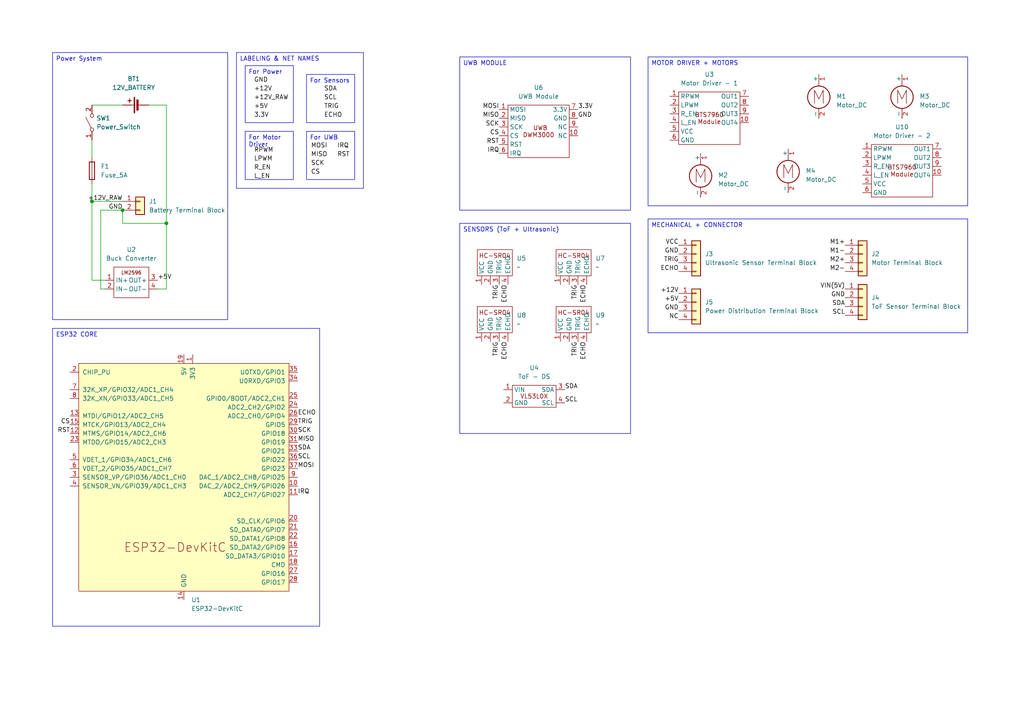
<source format=kicad_sch>
(kicad_sch
	(version 20250114)
	(generator "eeschema")
	(generator_version "9.0")
	(uuid "c467e037-fba7-48e4-888d-bf71ed88e827")
	(paper "A4")
	(lib_symbols
		(symbol "Comp_Library:BTS7960_Module"
			(exclude_from_sim no)
			(in_bom yes)
			(on_board yes)
			(property "Reference" "U"
				(at 0 0 0)
				(effects
					(font
						(size 1.27 1.27)
					)
				)
			)
			(property "Value" ""
				(at 0 0 0)
				(effects
					(font
						(size 1.27 1.27)
					)
				)
			)
			(property "Footprint" ""
				(at 0 0 0)
				(effects
					(font
						(size 1.27 1.27)
					)
					(hide yes)
				)
			)
			(property "Datasheet" ""
				(at 0 0 0)
				(effects
					(font
						(size 1.27 1.27)
					)
					(hide yes)
				)
			)
			(property "Description" ""
				(at 0 0 0)
				(effects
					(font
						(size 1.27 1.27)
					)
					(hide yes)
				)
			)
			(symbol "BTS7960_Module_1_1"
				(text_box "BTS7960 Module"
					(at 0 0 0)
					(size 17.78 -15.24)
					(margins 1.016 1.016 1.016 1.016)
					(stroke
						(width 0)
						(type solid)
					)
					(fill
						(type color)
						(color 0 0 0 0)
					)
					(effects
						(font
							(size 1.27 1.27)
						)
					)
				)
				(pin input line
					(at -2.54 -1.27 0)
					(length 2.54)
					(name "RPWM"
						(effects
							(font
								(size 1.27 1.27)
							)
						)
					)
					(number "1"
						(effects
							(font
								(size 1.27 1.27)
							)
						)
					)
				)
				(pin input line
					(at -2.54 -3.81 0)
					(length 2.54)
					(name "LPWM"
						(effects
							(font
								(size 1.27 1.27)
							)
						)
					)
					(number "2"
						(effects
							(font
								(size 1.27 1.27)
							)
						)
					)
				)
				(pin input line
					(at -2.54 -6.35 0)
					(length 2.54)
					(name "R_EN"
						(effects
							(font
								(size 1.27 1.27)
							)
						)
					)
					(number "3"
						(effects
							(font
								(size 1.27 1.27)
							)
						)
					)
				)
				(pin input line
					(at -2.54 -8.89 0)
					(length 2.54)
					(name "L_EN"
						(effects
							(font
								(size 1.27 1.27)
							)
						)
					)
					(number "4"
						(effects
							(font
								(size 1.27 1.27)
							)
						)
					)
				)
				(pin power_in line
					(at -2.54 -11.43 0)
					(length 2.54)
					(name "VCC"
						(effects
							(font
								(size 1.27 1.27)
							)
						)
					)
					(number "5"
						(effects
							(font
								(size 1.27 1.27)
							)
						)
					)
				)
				(pin power_in line
					(at -2.54 -13.97 0)
					(length 2.54)
					(name "GND"
						(effects
							(font
								(size 1.27 1.27)
							)
						)
					)
					(number "6"
						(effects
							(font
								(size 1.27 1.27)
							)
						)
					)
				)
				(pin passive line
					(at 20.32 -1.27 180)
					(length 2.54)
					(name "OUT1"
						(effects
							(font
								(size 1.27 1.27)
							)
						)
					)
					(number "7"
						(effects
							(font
								(size 1.27 1.27)
							)
						)
					)
				)
				(pin passive line
					(at 20.32 -3.81 180)
					(length 2.54)
					(name "OUT2"
						(effects
							(font
								(size 1.27 1.27)
							)
						)
					)
					(number "8"
						(effects
							(font
								(size 1.27 1.27)
							)
						)
					)
				)
				(pin passive line
					(at 20.32 -6.35 180)
					(length 2.54)
					(name "OUT3"
						(effects
							(font
								(size 1.27 1.27)
							)
						)
					)
					(number "9"
						(effects
							(font
								(size 1.27 1.27)
							)
						)
					)
				)
				(pin passive line
					(at 20.32 -8.89 180)
					(length 2.54)
					(name "OUT4"
						(effects
							(font
								(size 1.27 1.27)
							)
						)
					)
					(number "10"
						(effects
							(font
								(size 1.27 1.27)
							)
						)
					)
				)
			)
			(embedded_fonts no)
		)
		(symbol "Comp_Library:HC_SR04"
			(exclude_from_sim no)
			(in_bom yes)
			(on_board yes)
			(property "Reference" "U"
				(at -0.254 6.35 0)
				(effects
					(font
						(size 1.27 1.27)
					)
				)
			)
			(property "Value" ""
				(at 0 0 0)
				(effects
					(font
						(size 1.27 1.27)
					)
				)
			)
			(property "Footprint" ""
				(at 0 0 0)
				(effects
					(font
						(size 1.27 1.27)
					)
					(hide yes)
				)
			)
			(property "Datasheet" ""
				(at 0 0 0)
				(effects
					(font
						(size 1.27 1.27)
					)
					(hide yes)
				)
			)
			(property "Description" ""
				(at 0 0 0)
				(effects
					(font
						(size 1.27 1.27)
					)
					(hide yes)
				)
			)
			(symbol "HC_SR04_1_1"
				(text_box "HC-SR04"
					(at -5.08 5.08 0)
					(size 10.16 -7.62)
					(margins 1.016 1.016 1.016 1.016)
					(stroke
						(width 0)
						(type solid)
					)
					(fill
						(type none)
					)
					(effects
						(font
							(size 1.27 1.27)
						)
						(justify top)
					)
				)
				(pin power_in line
					(at -3.81 -5.08 90)
					(length 2.54)
					(name "VCC"
						(effects
							(font
								(size 1.27 1.27)
							)
						)
					)
					(number "1"
						(effects
							(font
								(size 1.27 1.27)
							)
						)
					)
				)
				(pin power_in line
					(at -1.27 -5.08 90)
					(length 2.54)
					(name "GND"
						(effects
							(font
								(size 1.27 1.27)
							)
						)
					)
					(number "2"
						(effects
							(font
								(size 1.27 1.27)
							)
						)
					)
				)
				(pin input line
					(at 1.27 -5.08 90)
					(length 2.54)
					(name "TRIG"
						(effects
							(font
								(size 1.27 1.27)
							)
						)
					)
					(number "3"
						(effects
							(font
								(size 1.27 1.27)
							)
						)
					)
				)
				(pin output line
					(at 3.81 -5.08 90)
					(length 2.54)
					(name "ECHO"
						(effects
							(font
								(size 1.27 1.27)
							)
						)
					)
					(number "4"
						(effects
							(font
								(size 1.27 1.27)
							)
						)
					)
				)
			)
			(embedded_fonts no)
		)
		(symbol "Comp_Library:LM2596_Buck"
			(exclude_from_sim no)
			(in_bom yes)
			(on_board yes)
			(property "Reference" "U"
				(at 5.08 1.778 0)
				(effects
					(font
						(size 1.27 1.27)
					)
				)
			)
			(property "Value" ""
				(at 0 0 0)
				(effects
					(font
						(size 1.27 1.27)
					)
				)
			)
			(property "Footprint" ""
				(at 0 0 0)
				(effects
					(font
						(size 1.27 1.27)
					)
					(hide yes)
				)
			)
			(property "Datasheet" ""
				(at 0 0 0)
				(effects
					(font
						(size 1.27 1.27)
					)
					(hide yes)
				)
			)
			(property "Description" ""
				(at 0 0 0)
				(effects
					(font
						(size 1.27 1.27)
					)
					(hide yes)
				)
			)
			(symbol "LM2596_Buck_1_1"
				(text_box "LM2596"
					(at 0 0 0)
					(size 10.16 -8.89)
					(margins 1.016 1.016 1.016 1.016)
					(stroke
						(width 0)
						(type solid)
					)
					(fill
						(type none)
					)
					(effects
						(font
							(size 1.016 1.016)
						)
						(justify top)
					)
				)
				(pin power_in line
					(at -2.54 -3.81 0)
					(length 2.54)
					(name "IN+"
						(effects
							(font
								(size 1.27 1.27)
							)
						)
					)
					(number "1"
						(effects
							(font
								(size 1.27 1.27)
							)
						)
					)
				)
				(pin power_in line
					(at -2.54 -6.35 0)
					(length 2.54)
					(name "IN-"
						(effects
							(font
								(size 1.27 1.27)
							)
						)
					)
					(number "2"
						(effects
							(font
								(size 1.27 1.27)
							)
						)
					)
				)
				(pin power_out line
					(at 12.7 -3.81 180)
					(length 2.54)
					(name "OUT+"
						(effects
							(font
								(size 1.27 1.27)
							)
						)
					)
					(number "3"
						(effects
							(font
								(size 1.27 1.27)
							)
						)
					)
				)
				(pin power_out line
					(at 12.7 -6.35 180)
					(length 2.54)
					(name "OUT-"
						(effects
							(font
								(size 1.27 1.27)
							)
						)
					)
					(number "4"
						(effects
							(font
								(size 1.27 1.27)
							)
						)
					)
				)
			)
			(embedded_fonts no)
		)
		(symbol "Comp_Library:UWB_DWM3000"
			(exclude_from_sim no)
			(in_bom yes)
			(on_board yes)
			(property "Reference" "U"
				(at 0 0 0)
				(effects
					(font
						(size 1.27 1.27)
					)
				)
			)
			(property "Value" ""
				(at 0 0 0)
				(effects
					(font
						(size 1.27 1.27)
					)
				)
			)
			(property "Footprint" ""
				(at 0 0 0)
				(effects
					(font
						(size 1.27 1.27)
					)
					(hide yes)
				)
			)
			(property "Datasheet" ""
				(at 0 0 0)
				(effects
					(font
						(size 1.27 1.27)
					)
					(hide yes)
				)
			)
			(property "Description" ""
				(at 0 0 0)
				(effects
					(font
						(size 1.27 1.27)
					)
					(hide yes)
				)
			)
			(symbol "UWB_DWM3000_1_1"
				(text_box " UWB \nDWM3000\n"
					(at 0 0 0)
					(size 17.78 -15.24)
					(margins 1.016 1.016 1.016 1.016)
					(stroke
						(width 0)
						(type solid)
					)
					(fill
						(type none)
					)
					(effects
						(font
							(size 1.27 1.27)
						)
					)
				)
				(pin input line
					(at -2.54 -1.27 0)
					(length 2.54)
					(name "MOSI"
						(effects
							(font
								(size 1.27 1.27)
							)
						)
					)
					(number "1"
						(effects
							(font
								(size 1.27 1.27)
							)
						)
					)
				)
				(pin output line
					(at -2.54 -3.81 0)
					(length 2.54)
					(name "MISO"
						(effects
							(font
								(size 1.27 1.27)
							)
						)
					)
					(number "2"
						(effects
							(font
								(size 1.27 1.27)
							)
						)
					)
				)
				(pin input line
					(at -2.54 -6.35 0)
					(length 2.54)
					(name "SCK"
						(effects
							(font
								(size 1.27 1.27)
							)
						)
					)
					(number "3"
						(effects
							(font
								(size 1.27 1.27)
							)
						)
					)
				)
				(pin input line
					(at -2.54 -8.89 0)
					(length 2.54)
					(name "CS"
						(effects
							(font
								(size 1.27 1.27)
							)
						)
					)
					(number "4"
						(effects
							(font
								(size 1.27 1.27)
							)
						)
					)
				)
				(pin input line
					(at -2.54 -11.43 0)
					(length 2.54)
					(name "RST"
						(effects
							(font
								(size 1.27 1.27)
							)
						)
					)
					(number "5"
						(effects
							(font
								(size 1.27 1.27)
							)
						)
					)
				)
				(pin output line
					(at -2.54 -13.97 0)
					(length 2.54)
					(name "IRQ"
						(effects
							(font
								(size 1.27 1.27)
							)
						)
					)
					(number "6"
						(effects
							(font
								(size 1.27 1.27)
							)
						)
					)
				)
				(pin power_in line
					(at 20.32 -1.27 180)
					(length 2.54)
					(name "3.3V"
						(effects
							(font
								(size 1.27 1.27)
							)
						)
					)
					(number "7"
						(effects
							(font
								(size 1.27 1.27)
							)
						)
					)
				)
				(pin power_in line
					(at 20.32 -3.81 180)
					(length 2.54)
					(name "GND"
						(effects
							(font
								(size 1.27 1.27)
							)
						)
					)
					(number "8"
						(effects
							(font
								(size 1.27 1.27)
							)
						)
					)
				)
				(pin passive line
					(at 20.32 -6.35 180)
					(length 2.54)
					(name "NC"
						(effects
							(font
								(size 1.27 1.27)
							)
						)
					)
					(number "9"
						(effects
							(font
								(size 1.27 1.27)
							)
						)
					)
				)
				(pin passive line
					(at 20.32 -8.89 180)
					(length 2.54)
					(name "NC"
						(effects
							(font
								(size 1.27 1.27)
							)
						)
					)
					(number "10"
						(effects
							(font
								(size 1.27 1.27)
							)
						)
					)
				)
			)
			(embedded_fonts no)
		)
		(symbol "Comp_Library:VL53L0X"
			(exclude_from_sim no)
			(in_bom yes)
			(on_board yes)
			(property "Reference" "U"
				(at 0 0 0)
				(effects
					(font
						(size 1.27 1.27)
					)
				)
			)
			(property "Value" ""
				(at 0 0 0)
				(effects
					(font
						(size 1.27 1.27)
					)
				)
			)
			(property "Footprint" ""
				(at 0 0 0)
				(effects
					(font
						(size 1.27 1.27)
					)
					(hide yes)
				)
			)
			(property "Datasheet" ""
				(at 0 0 0)
				(effects
					(font
						(size 1.27 1.27)
					)
					(hide yes)
				)
			)
			(property "Description" ""
				(at 0 0 0)
				(effects
					(font
						(size 1.27 1.27)
					)
					(hide yes)
				)
			)
			(symbol "VL53L0X_1_1"
				(text_box "VL53L0X"
					(at 0 0 0)
					(size 12.7 -6.35)
					(margins 1.016 1.016 1.016 1.016)
					(stroke
						(width 0)
						(type solid)
					)
					(fill
						(type none)
					)
					(effects
						(font
							(size 1.27 1.27)
						)
					)
				)
				(pin power_in line
					(at -2.54 -1.27 0)
					(length 2.54)
					(name "VIN"
						(effects
							(font
								(size 1.27 1.27)
							)
						)
					)
					(number "1"
						(effects
							(font
								(size 1.27 1.27)
							)
						)
					)
				)
				(pin power_in line
					(at -2.54 -5.08 0)
					(length 2.54)
					(name "GND"
						(effects
							(font
								(size 1.27 1.27)
							)
						)
					)
					(number "2"
						(effects
							(font
								(size 1.27 1.27)
							)
						)
					)
				)
				(pin bidirectional line
					(at 15.24 -1.27 180)
					(length 2.54)
					(name "SDA"
						(effects
							(font
								(size 1.27 1.27)
							)
						)
					)
					(number "3"
						(effects
							(font
								(size 1.27 1.27)
							)
						)
					)
				)
				(pin input line
					(at 15.24 -5.08 180)
					(length 2.54)
					(name "SCL"
						(effects
							(font
								(size 1.27 1.27)
							)
						)
					)
					(number "4"
						(effects
							(font
								(size 1.27 1.27)
							)
						)
					)
				)
			)
			(embedded_fonts no)
		)
		(symbol "Connector_Generic:Conn_01x02"
			(pin_names
				(offset 1.016)
				(hide yes)
			)
			(exclude_from_sim no)
			(in_bom yes)
			(on_board yes)
			(property "Reference" "J"
				(at 0 2.54 0)
				(effects
					(font
						(size 1.27 1.27)
					)
				)
			)
			(property "Value" "Conn_01x02"
				(at 0 -5.08 0)
				(effects
					(font
						(size 1.27 1.27)
					)
				)
			)
			(property "Footprint" ""
				(at 0 0 0)
				(effects
					(font
						(size 1.27 1.27)
					)
					(hide yes)
				)
			)
			(property "Datasheet" "~"
				(at 0 0 0)
				(effects
					(font
						(size 1.27 1.27)
					)
					(hide yes)
				)
			)
			(property "Description" "Generic connector, single row, 01x02, script generated (kicad-library-utils/schlib/autogen/connector/)"
				(at 0 0 0)
				(effects
					(font
						(size 1.27 1.27)
					)
					(hide yes)
				)
			)
			(property "ki_keywords" "connector"
				(at 0 0 0)
				(effects
					(font
						(size 1.27 1.27)
					)
					(hide yes)
				)
			)
			(property "ki_fp_filters" "Connector*:*_1x??_*"
				(at 0 0 0)
				(effects
					(font
						(size 1.27 1.27)
					)
					(hide yes)
				)
			)
			(symbol "Conn_01x02_1_1"
				(rectangle
					(start -1.27 1.27)
					(end 1.27 -3.81)
					(stroke
						(width 0.254)
						(type default)
					)
					(fill
						(type background)
					)
				)
				(rectangle
					(start -1.27 0.127)
					(end 0 -0.127)
					(stroke
						(width 0.1524)
						(type default)
					)
					(fill
						(type none)
					)
				)
				(rectangle
					(start -1.27 -2.413)
					(end 0 -2.667)
					(stroke
						(width 0.1524)
						(type default)
					)
					(fill
						(type none)
					)
				)
				(pin passive line
					(at -5.08 0 0)
					(length 3.81)
					(name "Pin_1"
						(effects
							(font
								(size 1.27 1.27)
							)
						)
					)
					(number "1"
						(effects
							(font
								(size 1.27 1.27)
							)
						)
					)
				)
				(pin passive line
					(at -5.08 -2.54 0)
					(length 3.81)
					(name "Pin_2"
						(effects
							(font
								(size 1.27 1.27)
							)
						)
					)
					(number "2"
						(effects
							(font
								(size 1.27 1.27)
							)
						)
					)
				)
			)
			(embedded_fonts no)
		)
		(symbol "Connector_Generic:Conn_01x04"
			(pin_names
				(offset 1.016)
				(hide yes)
			)
			(exclude_from_sim no)
			(in_bom yes)
			(on_board yes)
			(property "Reference" "J"
				(at 0 5.08 0)
				(effects
					(font
						(size 1.27 1.27)
					)
				)
			)
			(property "Value" "Conn_01x04"
				(at 0 -7.62 0)
				(effects
					(font
						(size 1.27 1.27)
					)
				)
			)
			(property "Footprint" ""
				(at 0 0 0)
				(effects
					(font
						(size 1.27 1.27)
					)
					(hide yes)
				)
			)
			(property "Datasheet" "~"
				(at 0 0 0)
				(effects
					(font
						(size 1.27 1.27)
					)
					(hide yes)
				)
			)
			(property "Description" "Generic connector, single row, 01x04, script generated (kicad-library-utils/schlib/autogen/connector/)"
				(at 0 0 0)
				(effects
					(font
						(size 1.27 1.27)
					)
					(hide yes)
				)
			)
			(property "ki_keywords" "connector"
				(at 0 0 0)
				(effects
					(font
						(size 1.27 1.27)
					)
					(hide yes)
				)
			)
			(property "ki_fp_filters" "Connector*:*_1x??_*"
				(at 0 0 0)
				(effects
					(font
						(size 1.27 1.27)
					)
					(hide yes)
				)
			)
			(symbol "Conn_01x04_1_1"
				(rectangle
					(start -1.27 3.81)
					(end 1.27 -6.35)
					(stroke
						(width 0.254)
						(type default)
					)
					(fill
						(type background)
					)
				)
				(rectangle
					(start -1.27 2.667)
					(end 0 2.413)
					(stroke
						(width 0.1524)
						(type default)
					)
					(fill
						(type none)
					)
				)
				(rectangle
					(start -1.27 0.127)
					(end 0 -0.127)
					(stroke
						(width 0.1524)
						(type default)
					)
					(fill
						(type none)
					)
				)
				(rectangle
					(start -1.27 -2.413)
					(end 0 -2.667)
					(stroke
						(width 0.1524)
						(type default)
					)
					(fill
						(type none)
					)
				)
				(rectangle
					(start -1.27 -4.953)
					(end 0 -5.207)
					(stroke
						(width 0.1524)
						(type default)
					)
					(fill
						(type none)
					)
				)
				(pin passive line
					(at -5.08 2.54 0)
					(length 3.81)
					(name "Pin_1"
						(effects
							(font
								(size 1.27 1.27)
							)
						)
					)
					(number "1"
						(effects
							(font
								(size 1.27 1.27)
							)
						)
					)
				)
				(pin passive line
					(at -5.08 0 0)
					(length 3.81)
					(name "Pin_2"
						(effects
							(font
								(size 1.27 1.27)
							)
						)
					)
					(number "2"
						(effects
							(font
								(size 1.27 1.27)
							)
						)
					)
				)
				(pin passive line
					(at -5.08 -2.54 0)
					(length 3.81)
					(name "Pin_3"
						(effects
							(font
								(size 1.27 1.27)
							)
						)
					)
					(number "3"
						(effects
							(font
								(size 1.27 1.27)
							)
						)
					)
				)
				(pin passive line
					(at -5.08 -5.08 0)
					(length 3.81)
					(name "Pin_4"
						(effects
							(font
								(size 1.27 1.27)
							)
						)
					)
					(number "4"
						(effects
							(font
								(size 1.27 1.27)
							)
						)
					)
				)
			)
			(embedded_fonts no)
		)
		(symbol "Device:Battery_Cell"
			(pin_numbers
				(hide yes)
			)
			(pin_names
				(offset 0)
				(hide yes)
			)
			(exclude_from_sim no)
			(in_bom yes)
			(on_board yes)
			(property "Reference" "BT"
				(at 2.54 2.54 0)
				(effects
					(font
						(size 1.27 1.27)
					)
					(justify left)
				)
			)
			(property "Value" "Battery_Cell"
				(at 2.54 0 0)
				(effects
					(font
						(size 1.27 1.27)
					)
					(justify left)
				)
			)
			(property "Footprint" ""
				(at 0 1.524 90)
				(effects
					(font
						(size 1.27 1.27)
					)
					(hide yes)
				)
			)
			(property "Datasheet" "~"
				(at 0 1.524 90)
				(effects
					(font
						(size 1.27 1.27)
					)
					(hide yes)
				)
			)
			(property "Description" "Single-cell battery"
				(at 0 0 0)
				(effects
					(font
						(size 1.27 1.27)
					)
					(hide yes)
				)
			)
			(property "ki_keywords" "battery cell"
				(at 0 0 0)
				(effects
					(font
						(size 1.27 1.27)
					)
					(hide yes)
				)
			)
			(symbol "Battery_Cell_0_1"
				(rectangle
					(start -2.286 1.778)
					(end 2.286 1.524)
					(stroke
						(width 0)
						(type default)
					)
					(fill
						(type outline)
					)
				)
				(rectangle
					(start -1.524 1.016)
					(end 1.524 0.508)
					(stroke
						(width 0)
						(type default)
					)
					(fill
						(type outline)
					)
				)
				(polyline
					(pts
						(xy 0 1.778) (xy 0 2.54)
					)
					(stroke
						(width 0)
						(type default)
					)
					(fill
						(type none)
					)
				)
				(polyline
					(pts
						(xy 0 0.762) (xy 0 0)
					)
					(stroke
						(width 0)
						(type default)
					)
					(fill
						(type none)
					)
				)
				(polyline
					(pts
						(xy 0.762 3.048) (xy 1.778 3.048)
					)
					(stroke
						(width 0.254)
						(type default)
					)
					(fill
						(type none)
					)
				)
				(polyline
					(pts
						(xy 1.27 3.556) (xy 1.27 2.54)
					)
					(stroke
						(width 0.254)
						(type default)
					)
					(fill
						(type none)
					)
				)
			)
			(symbol "Battery_Cell_1_1"
				(pin passive line
					(at 0 5.08 270)
					(length 2.54)
					(name "+"
						(effects
							(font
								(size 1.27 1.27)
							)
						)
					)
					(number "1"
						(effects
							(font
								(size 1.27 1.27)
							)
						)
					)
				)
				(pin passive line
					(at 0 -2.54 90)
					(length 2.54)
					(name "-"
						(effects
							(font
								(size 1.27 1.27)
							)
						)
					)
					(number "2"
						(effects
							(font
								(size 1.27 1.27)
							)
						)
					)
				)
			)
			(embedded_fonts no)
		)
		(symbol "Device:Fuse"
			(pin_numbers
				(hide yes)
			)
			(pin_names
				(offset 0)
			)
			(exclude_from_sim no)
			(in_bom yes)
			(on_board yes)
			(property "Reference" "F"
				(at 2.032 0 90)
				(effects
					(font
						(size 1.27 1.27)
					)
				)
			)
			(property "Value" "Fuse"
				(at -1.905 0 90)
				(effects
					(font
						(size 1.27 1.27)
					)
				)
			)
			(property "Footprint" ""
				(at -1.778 0 90)
				(effects
					(font
						(size 1.27 1.27)
					)
					(hide yes)
				)
			)
			(property "Datasheet" "~"
				(at 0 0 0)
				(effects
					(font
						(size 1.27 1.27)
					)
					(hide yes)
				)
			)
			(property "Description" "Fuse"
				(at 0 0 0)
				(effects
					(font
						(size 1.27 1.27)
					)
					(hide yes)
				)
			)
			(property "ki_keywords" "fuse"
				(at 0 0 0)
				(effects
					(font
						(size 1.27 1.27)
					)
					(hide yes)
				)
			)
			(property "ki_fp_filters" "*Fuse*"
				(at 0 0 0)
				(effects
					(font
						(size 1.27 1.27)
					)
					(hide yes)
				)
			)
			(symbol "Fuse_0_1"
				(rectangle
					(start -0.762 -2.54)
					(end 0.762 2.54)
					(stroke
						(width 0.254)
						(type default)
					)
					(fill
						(type none)
					)
				)
				(polyline
					(pts
						(xy 0 2.54) (xy 0 -2.54)
					)
					(stroke
						(width 0)
						(type default)
					)
					(fill
						(type none)
					)
				)
			)
			(symbol "Fuse_1_1"
				(pin passive line
					(at 0 3.81 270)
					(length 1.27)
					(name "~"
						(effects
							(font
								(size 1.27 1.27)
							)
						)
					)
					(number "1"
						(effects
							(font
								(size 1.27 1.27)
							)
						)
					)
				)
				(pin passive line
					(at 0 -3.81 90)
					(length 1.27)
					(name "~"
						(effects
							(font
								(size 1.27 1.27)
							)
						)
					)
					(number "2"
						(effects
							(font
								(size 1.27 1.27)
							)
						)
					)
				)
			)
			(embedded_fonts no)
		)
		(symbol "Espressif:ESP32-DevKitC"
			(pin_names
				(offset 1.016)
			)
			(exclude_from_sim no)
			(in_bom yes)
			(on_board yes)
			(property "Reference" "U"
				(at -30.48 38.1 0)
				(effects
					(font
						(size 1.27 1.27)
					)
					(justify left)
				)
			)
			(property "Value" "ESP32-DevKitC"
				(at -30.48 35.56 0)
				(effects
					(font
						(size 1.27 1.27)
					)
					(justify left)
				)
			)
			(property "Footprint" "Espressif:ESP32-DevKitC"
				(at 0 -43.18 0)
				(effects
					(font
						(size 1.27 1.27)
					)
					(hide yes)
				)
			)
			(property "Datasheet" "https://docs.espressif.com/projects/esp-idf/zh_CN/latest/esp32/hw-reference/esp32/get-started-devkitc.html"
				(at 0 -45.72 0)
				(effects
					(font
						(size 1.27 1.27)
					)
					(hide yes)
				)
			)
			(property "Description" "Development Kit"
				(at 0 0 0)
				(effects
					(font
						(size 1.27 1.27)
					)
					(hide yes)
				)
			)
			(property "ki_keywords" "ESP32"
				(at 0 0 0)
				(effects
					(font
						(size 1.27 1.27)
					)
					(hide yes)
				)
			)
			(symbol "ESP32-DevKitC_0_0"
				(text "ESP32-DevKitC"
					(at -2.54 -20.32 0)
					(effects
						(font
							(size 2.54 2.54)
						)
					)
				)
				(pin power_in line
					(at 0 35.56 270)
					(length 2.54)
					(name "5V"
						(effects
							(font
								(size 1.27 1.27)
							)
						)
					)
					(number "19"
						(effects
							(font
								(size 1.27 1.27)
							)
						)
					)
				)
				(pin power_in line
					(at 0 -35.56 90)
					(length 2.54)
					(name "GND"
						(effects
							(font
								(size 1.27 1.27)
							)
						)
					)
					(number "14"
						(effects
							(font
								(size 1.27 1.27)
							)
						)
					)
				)
			)
			(symbol "ESP32-DevKitC_0_1"
				(rectangle
					(start -30.48 33.02)
					(end 30.48 -33.02)
					(stroke
						(width 0)
						(type default)
					)
					(fill
						(type background)
					)
				)
			)
			(symbol "ESP32-DevKitC_1_1"
				(pin input line
					(at -33.02 30.48 0)
					(length 2.54)
					(name "CHIP_PU"
						(effects
							(font
								(size 1.27 1.27)
							)
						)
					)
					(number "2"
						(effects
							(font
								(size 1.27 1.27)
							)
						)
					)
				)
				(pin bidirectional line
					(at -33.02 25.4 0)
					(length 2.54)
					(name "32K_XP/GPIO32/ADC1_CH4"
						(effects
							(font
								(size 1.27 1.27)
							)
						)
					)
					(number "7"
						(effects
							(font
								(size 1.27 1.27)
							)
						)
					)
				)
				(pin bidirectional line
					(at -33.02 22.86 0)
					(length 2.54)
					(name "32K_XN/GPIO33/ADC1_CH5"
						(effects
							(font
								(size 1.27 1.27)
							)
						)
					)
					(number "8"
						(effects
							(font
								(size 1.27 1.27)
							)
						)
					)
				)
				(pin bidirectional line
					(at -33.02 17.78 0)
					(length 2.54)
					(name "MTDI/GPIO12/ADC2_CH5"
						(effects
							(font
								(size 1.27 1.27)
							)
						)
					)
					(number "13"
						(effects
							(font
								(size 1.27 1.27)
							)
						)
					)
				)
				(pin bidirectional line
					(at -33.02 15.24 0)
					(length 2.54)
					(name "MTCK/GPIO13/ADC2_CH4"
						(effects
							(font
								(size 1.27 1.27)
							)
						)
					)
					(number "15"
						(effects
							(font
								(size 1.27 1.27)
							)
						)
					)
				)
				(pin bidirectional line
					(at -33.02 12.7 0)
					(length 2.54)
					(name "MTMS/GPIO14/ADC2_CH6"
						(effects
							(font
								(size 1.27 1.27)
							)
						)
					)
					(number "12"
						(effects
							(font
								(size 1.27 1.27)
							)
						)
					)
				)
				(pin bidirectional line
					(at -33.02 10.16 0)
					(length 2.54)
					(name "MTDO/GPIO15/ADC2_CH3"
						(effects
							(font
								(size 1.27 1.27)
							)
						)
					)
					(number "23"
						(effects
							(font
								(size 1.27 1.27)
							)
						)
					)
				)
				(pin input line
					(at -33.02 5.08 0)
					(length 2.54)
					(name "VDET_1/GPIO34/ADC1_CH6"
						(effects
							(font
								(size 1.27 1.27)
							)
						)
					)
					(number "5"
						(effects
							(font
								(size 1.27 1.27)
							)
						)
					)
				)
				(pin input line
					(at -33.02 2.54 0)
					(length 2.54)
					(name "VDET_2/GPIO35/ADC1_CH7"
						(effects
							(font
								(size 1.27 1.27)
							)
						)
					)
					(number "6"
						(effects
							(font
								(size 1.27 1.27)
							)
						)
					)
				)
				(pin input line
					(at -33.02 0 0)
					(length 2.54)
					(name "SENSOR_VP/GPIO36/ADC1_CH0"
						(effects
							(font
								(size 1.27 1.27)
							)
						)
					)
					(number "3"
						(effects
							(font
								(size 1.27 1.27)
							)
						)
					)
				)
				(pin input line
					(at -33.02 -2.54 0)
					(length 2.54)
					(name "SENSOR_VN/GPIO39/ADC1_CH3"
						(effects
							(font
								(size 1.27 1.27)
							)
						)
					)
					(number "4"
						(effects
							(font
								(size 1.27 1.27)
							)
						)
					)
				)
				(pin passive line
					(at 0 -35.56 90)
					(length 2.54)
					(hide yes)
					(name "GND"
						(effects
							(font
								(size 1.27 1.27)
							)
						)
					)
					(number "32"
						(effects
							(font
								(size 1.27 1.27)
							)
						)
					)
				)
				(pin passive line
					(at 0 -35.56 90)
					(length 2.54)
					(hide yes)
					(name "GND"
						(effects
							(font
								(size 1.27 1.27)
							)
						)
					)
					(number "38"
						(effects
							(font
								(size 1.27 1.27)
							)
						)
					)
				)
				(pin power_in line
					(at 2.54 35.56 270)
					(length 2.54)
					(name "3V3"
						(effects
							(font
								(size 1.27 1.27)
							)
						)
					)
					(number "1"
						(effects
							(font
								(size 1.27 1.27)
							)
						)
					)
				)
				(pin bidirectional line
					(at 33.02 30.48 180)
					(length 2.54)
					(name "U0TXD/GPIO1"
						(effects
							(font
								(size 1.27 1.27)
							)
						)
					)
					(number "35"
						(effects
							(font
								(size 1.27 1.27)
							)
						)
					)
				)
				(pin bidirectional line
					(at 33.02 27.94 180)
					(length 2.54)
					(name "U0RXD/GPIO3"
						(effects
							(font
								(size 1.27 1.27)
							)
						)
					)
					(number "34"
						(effects
							(font
								(size 1.27 1.27)
							)
						)
					)
				)
				(pin bidirectional line
					(at 33.02 22.86 180)
					(length 2.54)
					(name "GPIO0/BOOT/ADC2_CH1"
						(effects
							(font
								(size 1.27 1.27)
							)
						)
					)
					(number "25"
						(effects
							(font
								(size 1.27 1.27)
							)
						)
					)
				)
				(pin bidirectional line
					(at 33.02 20.32 180)
					(length 2.54)
					(name "ADC2_CH2/GPIO2"
						(effects
							(font
								(size 1.27 1.27)
							)
						)
					)
					(number "24"
						(effects
							(font
								(size 1.27 1.27)
							)
						)
					)
				)
				(pin bidirectional line
					(at 33.02 17.78 180)
					(length 2.54)
					(name "ADC2_CH0/GPIO4"
						(effects
							(font
								(size 1.27 1.27)
							)
						)
					)
					(number "26"
						(effects
							(font
								(size 1.27 1.27)
							)
						)
					)
				)
				(pin bidirectional line
					(at 33.02 15.24 180)
					(length 2.54)
					(name "GPIO5"
						(effects
							(font
								(size 1.27 1.27)
							)
						)
					)
					(number "29"
						(effects
							(font
								(size 1.27 1.27)
							)
						)
					)
				)
				(pin bidirectional line
					(at 33.02 12.7 180)
					(length 2.54)
					(name "GPIO18"
						(effects
							(font
								(size 1.27 1.27)
							)
						)
					)
					(number "30"
						(effects
							(font
								(size 1.27 1.27)
							)
						)
					)
				)
				(pin bidirectional line
					(at 33.02 10.16 180)
					(length 2.54)
					(name "GPIO19"
						(effects
							(font
								(size 1.27 1.27)
							)
						)
					)
					(number "31"
						(effects
							(font
								(size 1.27 1.27)
							)
						)
					)
				)
				(pin bidirectional line
					(at 33.02 7.62 180)
					(length 2.54)
					(name "GPIO21"
						(effects
							(font
								(size 1.27 1.27)
							)
						)
					)
					(number "33"
						(effects
							(font
								(size 1.27 1.27)
							)
						)
					)
				)
				(pin bidirectional line
					(at 33.02 5.08 180)
					(length 2.54)
					(name "GPIO22"
						(effects
							(font
								(size 1.27 1.27)
							)
						)
					)
					(number "36"
						(effects
							(font
								(size 1.27 1.27)
							)
						)
					)
				)
				(pin bidirectional line
					(at 33.02 2.54 180)
					(length 2.54)
					(name "GPIO23"
						(effects
							(font
								(size 1.27 1.27)
							)
						)
					)
					(number "37"
						(effects
							(font
								(size 1.27 1.27)
							)
						)
					)
				)
				(pin bidirectional line
					(at 33.02 0 180)
					(length 2.54)
					(name "DAC_1/ADC2_CH8/GPIO25"
						(effects
							(font
								(size 1.27 1.27)
							)
						)
					)
					(number "9"
						(effects
							(font
								(size 1.27 1.27)
							)
						)
					)
				)
				(pin bidirectional line
					(at 33.02 -2.54 180)
					(length 2.54)
					(name "DAC_2/ADC2_CH9/GPIO26"
						(effects
							(font
								(size 1.27 1.27)
							)
						)
					)
					(number "10"
						(effects
							(font
								(size 1.27 1.27)
							)
						)
					)
				)
				(pin bidirectional line
					(at 33.02 -5.08 180)
					(length 2.54)
					(name "ADC2_CH7/GPIO27"
						(effects
							(font
								(size 1.27 1.27)
							)
						)
					)
					(number "11"
						(effects
							(font
								(size 1.27 1.27)
							)
						)
					)
				)
				(pin bidirectional line
					(at 33.02 -12.7 180)
					(length 2.54)
					(name "SD_CLK/GPIO6"
						(effects
							(font
								(size 1.27 1.27)
							)
						)
					)
					(number "20"
						(effects
							(font
								(size 1.27 1.27)
							)
						)
					)
				)
				(pin bidirectional line
					(at 33.02 -15.24 180)
					(length 2.54)
					(name "SD_DATA0/GPIO7"
						(effects
							(font
								(size 1.27 1.27)
							)
						)
					)
					(number "21"
						(effects
							(font
								(size 1.27 1.27)
							)
						)
					)
				)
				(pin bidirectional line
					(at 33.02 -17.78 180)
					(length 2.54)
					(name "SD_DATA1/GPIO8"
						(effects
							(font
								(size 1.27 1.27)
							)
						)
					)
					(number "22"
						(effects
							(font
								(size 1.27 1.27)
							)
						)
					)
				)
				(pin bidirectional line
					(at 33.02 -20.32 180)
					(length 2.54)
					(name "SD_DATA2/GPIO9"
						(effects
							(font
								(size 1.27 1.27)
							)
						)
					)
					(number "16"
						(effects
							(font
								(size 1.27 1.27)
							)
						)
					)
				)
				(pin bidirectional line
					(at 33.02 -22.86 180)
					(length 2.54)
					(name "SD_DATA3/GPIO10"
						(effects
							(font
								(size 1.27 1.27)
							)
						)
					)
					(number "17"
						(effects
							(font
								(size 1.27 1.27)
							)
						)
					)
				)
				(pin bidirectional line
					(at 33.02 -25.4 180)
					(length 2.54)
					(name "CMD"
						(effects
							(font
								(size 1.27 1.27)
							)
						)
					)
					(number "18"
						(effects
							(font
								(size 1.27 1.27)
							)
						)
					)
				)
				(pin bidirectional line
					(at 33.02 -27.94 180)
					(length 2.54)
					(name "GPIO16"
						(effects
							(font
								(size 1.27 1.27)
							)
						)
					)
					(number "27"
						(effects
							(font
								(size 1.27 1.27)
							)
						)
					)
				)
				(pin bidirectional line
					(at 33.02 -30.48 180)
					(length 2.54)
					(name "GPIO17"
						(effects
							(font
								(size 1.27 1.27)
							)
						)
					)
					(number "28"
						(effects
							(font
								(size 1.27 1.27)
							)
						)
					)
				)
			)
			(embedded_fonts no)
		)
		(symbol "Motor:Motor_DC"
			(pin_names
				(offset 0)
			)
			(exclude_from_sim no)
			(in_bom yes)
			(on_board yes)
			(property "Reference" "M"
				(at 2.54 2.54 0)
				(effects
					(font
						(size 1.27 1.27)
					)
					(justify left)
				)
			)
			(property "Value" "Motor_DC"
				(at 2.54 -5.08 0)
				(effects
					(font
						(size 1.27 1.27)
					)
					(justify left top)
				)
			)
			(property "Footprint" ""
				(at 0 -2.286 0)
				(effects
					(font
						(size 1.27 1.27)
					)
					(hide yes)
				)
			)
			(property "Datasheet" "~"
				(at 0 -2.286 0)
				(effects
					(font
						(size 1.27 1.27)
					)
					(hide yes)
				)
			)
			(property "Description" "DC Motor"
				(at 0 0 0)
				(effects
					(font
						(size 1.27 1.27)
					)
					(hide yes)
				)
			)
			(property "ki_keywords" "DC Motor"
				(at 0 0 0)
				(effects
					(font
						(size 1.27 1.27)
					)
					(hide yes)
				)
			)
			(property "ki_fp_filters" "PinHeader*P2.54mm* TerminalBlock*"
				(at 0 0 0)
				(effects
					(font
						(size 1.27 1.27)
					)
					(hide yes)
				)
			)
			(symbol "Motor_DC_0_0"
				(polyline
					(pts
						(xy -1.27 -3.302) (xy -1.27 0.508) (xy 0 -2.032) (xy 1.27 0.508) (xy 1.27 -3.302)
					)
					(stroke
						(width 0)
						(type default)
					)
					(fill
						(type none)
					)
				)
			)
			(symbol "Motor_DC_0_1"
				(polyline
					(pts
						(xy 0 2.032) (xy 0 2.54)
					)
					(stroke
						(width 0)
						(type default)
					)
					(fill
						(type none)
					)
				)
				(polyline
					(pts
						(xy 0 1.7272) (xy 0 2.0828)
					)
					(stroke
						(width 0)
						(type default)
					)
					(fill
						(type none)
					)
				)
				(circle
					(center 0 -1.524)
					(radius 3.2512)
					(stroke
						(width 0.254)
						(type default)
					)
					(fill
						(type none)
					)
				)
				(polyline
					(pts
						(xy 0 -4.7752) (xy 0 -5.1816)
					)
					(stroke
						(width 0)
						(type default)
					)
					(fill
						(type none)
					)
				)
				(polyline
					(pts
						(xy 0 -7.62) (xy 0 -7.112)
					)
					(stroke
						(width 0)
						(type default)
					)
					(fill
						(type none)
					)
				)
			)
			(symbol "Motor_DC_1_1"
				(pin passive line
					(at 0 5.08 270)
					(length 2.54)
					(name "+"
						(effects
							(font
								(size 1.27 1.27)
							)
						)
					)
					(number "1"
						(effects
							(font
								(size 1.27 1.27)
							)
						)
					)
				)
				(pin passive line
					(at 0 -7.62 90)
					(length 2.54)
					(name "-"
						(effects
							(font
								(size 1.27 1.27)
							)
						)
					)
					(number "2"
						(effects
							(font
								(size 1.27 1.27)
							)
						)
					)
				)
			)
			(embedded_fonts no)
		)
		(symbol "Switch:SW_SPST"
			(pin_names
				(offset 0)
				(hide yes)
			)
			(exclude_from_sim no)
			(in_bom yes)
			(on_board yes)
			(property "Reference" "SW"
				(at 0 3.175 0)
				(effects
					(font
						(size 1.27 1.27)
					)
				)
			)
			(property "Value" "SW_SPST"
				(at 0 -2.54 0)
				(effects
					(font
						(size 1.27 1.27)
					)
				)
			)
			(property "Footprint" ""
				(at 0 0 0)
				(effects
					(font
						(size 1.27 1.27)
					)
					(hide yes)
				)
			)
			(property "Datasheet" "~"
				(at 0 0 0)
				(effects
					(font
						(size 1.27 1.27)
					)
					(hide yes)
				)
			)
			(property "Description" "Single Pole Single Throw (SPST) switch"
				(at 0 0 0)
				(effects
					(font
						(size 1.27 1.27)
					)
					(hide yes)
				)
			)
			(property "ki_keywords" "switch lever"
				(at 0 0 0)
				(effects
					(font
						(size 1.27 1.27)
					)
					(hide yes)
				)
			)
			(symbol "SW_SPST_0_0"
				(circle
					(center -2.032 0)
					(radius 0.508)
					(stroke
						(width 0)
						(type default)
					)
					(fill
						(type none)
					)
				)
				(polyline
					(pts
						(xy -1.524 0.254) (xy 1.524 1.778)
					)
					(stroke
						(width 0)
						(type default)
					)
					(fill
						(type none)
					)
				)
				(circle
					(center 2.032 0)
					(radius 0.508)
					(stroke
						(width 0)
						(type default)
					)
					(fill
						(type none)
					)
				)
			)
			(symbol "SW_SPST_1_1"
				(pin passive line
					(at -5.08 0 0)
					(length 2.54)
					(name "A"
						(effects
							(font
								(size 1.27 1.27)
							)
						)
					)
					(number "1"
						(effects
							(font
								(size 1.27 1.27)
							)
						)
					)
				)
				(pin passive line
					(at 5.08 0 180)
					(length 2.54)
					(name "B"
						(effects
							(font
								(size 1.27 1.27)
							)
						)
					)
					(number "2"
						(effects
							(font
								(size 1.27 1.27)
							)
						)
					)
				)
			)
			(embedded_fonts no)
		)
	)
	(text_box "For UWB"
		(exclude_from_sim no)
		(at 88.9 38.1 0)
		(size 13.97 13.97)
		(margins 0.9525 0.9525 0.9525 0.9525)
		(stroke
			(width 0)
			(type solid)
		)
		(fill
			(type none)
		)
		(effects
			(font
				(size 1.27 1.27)
			)
			(justify left top)
		)
		(uuid "2fb99fbc-625f-430f-9f07-f1854f6a9665")
	)
	(text_box "MOTOR DRIVER + MOTORS\n"
		(exclude_from_sim no)
		(at 187.96 16.51 0)
		(size 92.71 43.18)
		(margins 0.9525 0.9525 0.9525 0.9525)
		(stroke
			(width 0)
			(type solid)
		)
		(fill
			(type none)
		)
		(effects
			(font
				(size 1.27 1.27)
			)
			(justify left top)
		)
		(uuid "3658de52-b7e4-477f-b0a6-8d3eb2255d08")
	)
	(text_box "For Sensors\n"
		(exclude_from_sim no)
		(at 88.9 21.59 0)
		(size 13.97 13.97)
		(margins 0.9525 0.9525 0.9525 0.9525)
		(stroke
			(width 0)
			(type solid)
		)
		(fill
			(type none)
		)
		(effects
			(font
				(size 1.27 1.27)
			)
			(justify left top)
		)
		(uuid "5010ad9b-bbca-40a7-8829-75b23fdce9ca")
	)
	(text_box "ESP32 CORE"
		(exclude_from_sim no)
		(at 15.24 95.25 0)
		(size 77.47 86.36)
		(margins 0.9525 0.9525 0.9525 0.9525)
		(stroke
			(width 0)
			(type solid)
		)
		(fill
			(type none)
		)
		(effects
			(font
				(size 1.27 1.27)
			)
			(justify left top)
		)
		(uuid "5e9a654b-00b8-4fd2-9c93-9662f2010fb1")
	)
	(text_box "For Power\n"
		(exclude_from_sim no)
		(at 71.12 19.05 0)
		(size 13.97 16.51)
		(margins 0.9525 0.9525 0.9525 0.9525)
		(stroke
			(width 0)
			(type solid)
		)
		(fill
			(type none)
		)
		(effects
			(font
				(size 1.27 1.27)
			)
			(justify left top)
		)
		(uuid "626e775f-5f37-4447-943e-26c366fc9b19")
	)
	(text_box "LABELING & NET NAMES"
		(exclude_from_sim no)
		(at 68.58 15.24 0)
		(size 36.83 39.37)
		(margins 0.9525 0.9525 0.9525 0.9525)
		(stroke
			(width 0)
			(type solid)
		)
		(fill
			(type none)
		)
		(effects
			(font
				(size 1.27 1.27)
			)
			(justify left top)
		)
		(uuid "67236346-b048-483a-920b-c879079546c1")
	)
	(text_box "SENSORS (ToF + Ultrasonic)"
		(exclude_from_sim no)
		(at 133.35 64.77 0)
		(size 49.53 60.96)
		(margins 0.9525 0.9525 0.9525 0.9525)
		(stroke
			(width 0)
			(type solid)
		)
		(fill
			(type none)
		)
		(effects
			(font
				(size 1.27 1.27)
			)
			(justify left top)
		)
		(uuid "7b2c40c6-a665-4fc4-8d44-a3471c7db5f9")
	)
	(text_box "UWB MODULE\n"
		(exclude_from_sim no)
		(at 133.35 16.51 0)
		(size 49.53 44.45)
		(margins 0.9525 0.9525 0.9525 0.9525)
		(stroke
			(width 0)
			(type solid)
		)
		(fill
			(type none)
		)
		(effects
			(font
				(size 1.27 1.27)
			)
			(justify left top)
		)
		(uuid "80121f48-6d80-44c9-a0bb-95f2af2175dd")
	)
	(text_box "MECHANICAL + CONNECTOR"
		(exclude_from_sim no)
		(at 187.96 63.5 0)
		(size 92.71 33.02)
		(margins 0.9525 0.9525 0.9525 0.9525)
		(stroke
			(width 0)
			(type solid)
		)
		(fill
			(type none)
		)
		(effects
			(font
				(size 1.27 1.27)
			)
			(justify left top)
		)
		(uuid "a63c831b-44a4-47a7-9c00-650fbb60c305")
	)
	(text_box "For Motor Driver"
		(exclude_from_sim no)
		(at 71.12 38.1 0)
		(size 13.97 13.97)
		(margins 0.9525 0.9525 0.9525 0.9525)
		(stroke
			(width 0)
			(type solid)
		)
		(fill
			(type none)
		)
		(effects
			(font
				(size 1.27 1.27)
			)
			(justify left top)
		)
		(uuid "c0f7a162-0070-4cb5-aaad-2d81894ad4b0")
	)
	(text_box "Power System"
		(exclude_from_sim no)
		(at 15.24 15.24 0)
		(size 50.8 77.47)
		(margins 0.9525 0.9525 0.9525 0.9525)
		(stroke
			(width 0)
			(type solid)
		)
		(fill
			(type none)
		)
		(effects
			(font
				(size 1.27 1.27)
			)
			(justify left top)
		)
		(uuid "c7eb74cb-b89f-4f4a-a79d-b4b042b5c6f3")
	)
	(junction
		(at 35.56 60.96)
		(diameter 0)
		(color 0 0 0 0)
		(uuid "6ea489ec-abfc-4385-8982-dddee10df80b")
	)
	(junction
		(at 26.67 58.42)
		(diameter 0)
		(color 0 0 0 0)
		(uuid "9d4ac879-b442-4bf7-ae22-1a38e825cf84")
	)
	(junction
		(at 48.26 64.77)
		(diameter 0)
		(color 0 0 0 0)
		(uuid "b0640d8f-8972-4de9-9917-d221f2970167")
	)
	(wire
		(pts
			(xy 48.26 30.48) (xy 48.26 64.77)
		)
		(stroke
			(width 0)
			(type default)
		)
		(uuid "1d864b22-ce3e-47e3-b9e2-e72c823c0773")
	)
	(wire
		(pts
			(xy 29.21 60.96) (xy 29.21 83.82)
		)
		(stroke
			(width 0)
			(type default)
		)
		(uuid "1f26ee9c-2de6-404e-b1d8-d06051b8b30e")
	)
	(wire
		(pts
			(xy 29.21 60.96) (xy 35.56 60.96)
		)
		(stroke
			(width 0)
			(type default)
		)
		(uuid "28bd9969-9cdb-4fc8-b688-1ef84350bb14")
	)
	(wire
		(pts
			(xy 26.67 40.64) (xy 26.67 45.72)
		)
		(stroke
			(width 0)
			(type default)
		)
		(uuid "412dbd24-0c05-4d5e-8032-4da7a5442a88")
	)
	(wire
		(pts
			(xy 26.67 58.42) (xy 35.56 58.42)
		)
		(stroke
			(width 0)
			(type default)
		)
		(uuid "47d966e8-2a9e-45af-9f1f-3f267b265efa")
	)
	(wire
		(pts
			(xy 43.18 30.48) (xy 48.26 30.48)
		)
		(stroke
			(width 0)
			(type default)
		)
		(uuid "93ccf1c3-ae73-4b31-bbe6-86e87bf5963c")
	)
	(wire
		(pts
			(xy 26.67 58.42) (xy 26.67 81.28)
		)
		(stroke
			(width 0)
			(type default)
		)
		(uuid "94ba8f30-c04c-467d-a731-bcfd6dfa7f00")
	)
	(wire
		(pts
			(xy 29.21 83.82) (xy 30.48 83.82)
		)
		(stroke
			(width 0)
			(type default)
		)
		(uuid "a010b69d-e4c1-42b1-ac9d-48652f5b27c4")
	)
	(wire
		(pts
			(xy 48.26 83.82) (xy 48.26 64.77)
		)
		(stroke
			(width 0)
			(type default)
		)
		(uuid "a69e2639-d691-4927-86bf-d6edc6c80960")
	)
	(wire
		(pts
			(xy 45.72 83.82) (xy 48.26 83.82)
		)
		(stroke
			(width 0)
			(type default)
		)
		(uuid "e0cda58c-aff1-464f-beef-edd7b27cdad1")
	)
	(wire
		(pts
			(xy 48.26 64.77) (xy 35.56 64.77)
		)
		(stroke
			(width 0)
			(type default)
		)
		(uuid "e56f621c-ad56-4908-bbd2-cf1e40c975b4")
	)
	(wire
		(pts
			(xy 26.67 53.34) (xy 26.67 58.42)
		)
		(stroke
			(width 0)
			(type default)
		)
		(uuid "ed217f0e-8803-445b-a4e3-564bd27cc83b")
	)
	(wire
		(pts
			(xy 26.67 81.28) (xy 30.48 81.28)
		)
		(stroke
			(width 0)
			(type default)
		)
		(uuid "fe060317-153d-453f-8a2d-be8c30f48fd0")
	)
	(wire
		(pts
			(xy 35.56 64.77) (xy 35.56 60.96)
		)
		(stroke
			(width 0)
			(type default)
		)
		(uuid "fe87b0d3-b06d-413e-a39a-6d0e934bfe79")
	)
	(wire
		(pts
			(xy 26.67 30.48) (xy 35.56 30.48)
		)
		(stroke
			(width 0)
			(type default)
		)
		(uuid "ffb5bca1-79f7-43f6-8d2f-062254f995a3")
	)
	(label "VCC"
		(at 196.85 71.12 180)
		(effects
			(font
				(size 1.27 1.27)
			)
			(justify right bottom)
		)
		(uuid "0c9a0d19-77e7-46d1-a433-bb435502c7fe")
	)
	(label "M1+"
		(at 245.11 71.12 180)
		(effects
			(font
				(size 1.27 1.27)
			)
			(justify right bottom)
		)
		(uuid "135c2af2-0688-4370-a2e9-f93acfb294b2")
	)
	(label "SCL"
		(at 245.11 91.44 180)
		(effects
			(font
				(size 1.27 1.27)
			)
			(justify right bottom)
		)
		(uuid "14e38ed3-04b6-4793-859f-1ec67a39e6b4")
	)
	(label "ECHO"
		(at 147.32 99.06 270)
		(effects
			(font
				(size 1.27 1.27)
			)
			(justify right bottom)
		)
		(uuid "1fc5b71c-7641-497b-8f2c-858896b473db")
	)
	(label "ECHO"
		(at 86.36 120.65 0)
		(effects
			(font
				(size 1.27 1.27)
			)
			(justify left bottom)
		)
		(uuid "1fd0e9f5-a7ef-40f9-8c49-e9c3c94fc14d")
	)
	(label "+5V"
		(at 196.85 87.63 180)
		(effects
			(font
				(size 1.27 1.27)
			)
			(justify right bottom)
		)
		(uuid "20dcff58-572b-42ae-905e-cad8d8b9c920")
	)
	(label "TRIG"
		(at 167.64 99.06 270)
		(effects
			(font
				(size 1.27 1.27)
			)
			(justify right bottom)
		)
		(uuid "2631c3d6-0be3-4488-8ced-6664e8fcd76d")
	)
	(label "GND"
		(at 167.64 34.29 0)
		(effects
			(font
				(size 1.27 1.27)
			)
			(justify left bottom)
		)
		(uuid "2e2e6dfb-53e5-47d1-9ab9-c017d0e89242")
	)
	(label "+12V_RAW"
		(at 35.56 58.42 180)
		(effects
			(font
				(size 1.27 1.27)
			)
			(justify right bottom)
		)
		(uuid "32a00d6a-987d-4ce9-81ea-053047d10ad4")
	)
	(label "GND"
		(at 245.11 86.36 180)
		(effects
			(font
				(size 1.27 1.27)
			)
			(justify right bottom)
		)
		(uuid "343d0dd1-cfb1-4f78-9078-2378ee3ef87f")
	)
	(label "RPWM"
		(at 73.66 44.45 0)
		(effects
			(font
				(size 1.27 1.27)
			)
			(justify left bottom)
		)
		(uuid "357d4895-e2bf-4610-8a9d-ec0221d4ddb7")
	)
	(label "+12V_RAW"
		(at 73.66 29.21 0)
		(effects
			(font
				(size 1.27 1.27)
			)
			(justify left bottom)
		)
		(uuid "44136be6-2e40-4dd2-a5a0-ca988c8ba512")
	)
	(label "SCL"
		(at 93.98 29.21 0)
		(effects
			(font
				(size 1.27 1.27)
			)
			(justify left bottom)
		)
		(uuid "44a3316c-4861-4a33-ac65-ce5539823093")
	)
	(label "SCK"
		(at 86.36 125.73 0)
		(effects
			(font
				(size 1.27 1.27)
			)
			(justify left bottom)
		)
		(uuid "498a3578-1c55-41f5-a484-b5e9d26599f5")
	)
	(label "+5V"
		(at 45.72 81.28 0)
		(effects
			(font
				(size 1.27 1.27)
			)
			(justify left bottom)
		)
		(uuid "57685a14-1f23-4d27-a60f-8c5bfe7d7d18")
	)
	(label "TRIG"
		(at 196.85 76.2 180)
		(effects
			(font
				(size 1.27 1.27)
			)
			(justify right bottom)
		)
		(uuid "584bcc8b-0393-443b-98f5-0036af6e8e20")
	)
	(label "SDA"
		(at 93.98 26.67 0)
		(effects
			(font
				(size 1.27 1.27)
			)
			(justify left bottom)
		)
		(uuid "5da08cd5-d9b8-41b8-a78e-62ae1fa8e0bc")
	)
	(label "MISO"
		(at 90.17 45.72 0)
		(effects
			(font
				(size 1.27 1.27)
			)
			(justify left bottom)
		)
		(uuid "61ded437-1010-4d82-8284-64f524d1f5f8")
	)
	(label "CS"
		(at 20.32 123.19 180)
		(effects
			(font
				(size 1.27 1.27)
			)
			(justify right bottom)
		)
		(uuid "620e0303-32ac-4001-a851-22d02403cabb")
	)
	(label "L_EN"
		(at 73.66 52.07 0)
		(effects
			(font
				(size 1.27 1.27)
			)
			(justify left bottom)
		)
		(uuid "64746c21-da6d-409f-a0a7-35ade82ee72f")
	)
	(label "+12V"
		(at 73.66 26.67 0)
		(effects
			(font
				(size 1.27 1.27)
			)
			(justify left bottom)
		)
		(uuid "67d710b1-cd59-4ead-9207-3c5c4b454326")
	)
	(label "MOSI"
		(at 86.36 135.89 0)
		(effects
			(font
				(size 1.27 1.27)
			)
			(justify left bottom)
		)
		(uuid "6ba23705-21cc-40ac-8919-b53a66f6da30")
	)
	(label "TRIG"
		(at 144.78 99.06 270)
		(effects
			(font
				(size 1.27 1.27)
			)
			(justify right bottom)
		)
		(uuid "6d374c7c-18f0-4833-b317-a8fa39f0718f")
	)
	(label "MISO"
		(at 86.36 128.27 0)
		(effects
			(font
				(size 1.27 1.27)
			)
			(justify left bottom)
		)
		(uuid "7693c0ce-7ce3-4456-afe3-84cb1561e2e2")
	)
	(label "SDA"
		(at 245.11 88.9 180)
		(effects
			(font
				(size 1.27 1.27)
			)
			(justify right bottom)
		)
		(uuid "787d3d23-7a4f-4a88-8371-1c64eca555c1")
	)
	(label "IRQ"
		(at 97.79 43.18 0)
		(effects
			(font
				(size 1.27 1.27)
			)
			(justify left bottom)
		)
		(uuid "795afc1d-5450-489d-a5da-81526a66e4cd")
	)
	(label "TRIG"
		(at 86.36 123.19 0)
		(effects
			(font
				(size 1.27 1.27)
			)
			(justify left bottom)
		)
		(uuid "7ba36204-72d6-4f85-94b5-53b7e9df2968")
	)
	(label "IRQ"
		(at 144.78 44.45 180)
		(effects
			(font
				(size 1.27 1.27)
			)
			(justify right bottom)
		)
		(uuid "7e661aee-f37b-4909-854b-b4f5ea605cb5")
	)
	(label "M2-"
		(at 245.11 78.74 180)
		(effects
			(font
				(size 1.27 1.27)
			)
			(justify right bottom)
		)
		(uuid "80a7f71b-21c8-40f1-82b9-7e187963a37b")
	)
	(label "GND"
		(at 73.66 24.13 0)
		(effects
			(font
				(size 1.27 1.27)
			)
			(justify left bottom)
		)
		(uuid "86dd1a08-745a-492a-96a1-06616c7bf61d")
	)
	(label "GND"
		(at 35.56 60.96 180)
		(effects
			(font
				(size 1.27 1.27)
			)
			(justify right bottom)
		)
		(uuid "8c3309e0-0baa-4d40-b545-227b65733ff5")
	)
	(label "GND"
		(at 196.85 90.17 180)
		(effects
			(font
				(size 1.27 1.27)
			)
			(justify right bottom)
		)
		(uuid "8c7baad1-518b-4a0f-a3fb-f58bb51409ab")
	)
	(label "TRIG"
		(at 167.64 82.55 270)
		(effects
			(font
				(size 1.27 1.27)
			)
			(justify right bottom)
		)
		(uuid "8ca8f508-6d5f-4909-9608-457a529b11a9")
	)
	(label "SCL"
		(at 163.83 116.84 0)
		(effects
			(font
				(size 1.27 1.27)
			)
			(justify left bottom)
		)
		(uuid "9495ee42-c909-4583-956d-099bb340df19")
	)
	(label "SDA"
		(at 163.83 113.03 0)
		(effects
			(font
				(size 1.27 1.27)
			)
			(justify left bottom)
		)
		(uuid "9659b2e6-eb45-4499-bf32-992eee2dbfdc")
	)
	(label "ECHO"
		(at 170.18 99.06 270)
		(effects
			(font
				(size 1.27 1.27)
			)
			(justify right bottom)
		)
		(uuid "97818904-6fac-45e0-9fd9-e8a0ab59dafc")
	)
	(label "SDA"
		(at 86.36 130.81 0)
		(effects
			(font
				(size 1.27 1.27)
			)
			(justify left bottom)
		)
		(uuid "9c9961df-c893-45ad-91dc-e79a408c5493")
	)
	(label "3.3V"
		(at 167.64 31.75 0)
		(effects
			(font
				(size 1.27 1.27)
			)
			(justify left bottom)
		)
		(uuid "9dd7ea84-3b3e-45f3-80f7-38030b8aa8b4")
	)
	(label "LPWM"
		(at 73.66 46.99 0)
		(effects
			(font
				(size 1.27 1.27)
			)
			(justify left bottom)
		)
		(uuid "a47f76bb-b179-46c9-a76e-35aee3539ffd")
	)
	(label "MOSI"
		(at 144.78 31.75 180)
		(effects
			(font
				(size 1.27 1.27)
			)
			(justify right bottom)
		)
		(uuid "a76fe98f-9df5-4da5-9cbe-21aef07f19ec")
	)
	(label "VIN(5V)"
		(at 245.11 83.82 180)
		(effects
			(font
				(size 1.27 1.27)
			)
			(justify right bottom)
		)
		(uuid "a849c979-99a0-4c69-8c72-f9968151d271")
	)
	(label "+12V"
		(at 196.85 85.09 180)
		(effects
			(font
				(size 1.27 1.27)
			)
			(justify right bottom)
		)
		(uuid "ad65949a-c84d-431d-8812-54ae57202217")
	)
	(label "RST"
		(at 97.79 45.72 0)
		(effects
			(font
				(size 1.27 1.27)
			)
			(justify left bottom)
		)
		(uuid "afa84f31-83bb-4693-92ee-67bca85f2baf")
	)
	(label "M1-"
		(at 245.11 73.66 180)
		(effects
			(font
				(size 1.27 1.27)
			)
			(justify right bottom)
		)
		(uuid "b43061cd-0486-43a4-bbb8-888c63ee2e74")
	)
	(label "GND"
		(at 196.85 73.66 180)
		(effects
			(font
				(size 1.27 1.27)
			)
			(justify right bottom)
		)
		(uuid "b9452c5e-7bf9-4371-8066-457aa7b57244")
	)
	(label "ECHO"
		(at 93.98 34.29 0)
		(effects
			(font
				(size 1.27 1.27)
			)
			(justify left bottom)
		)
		(uuid "baafdfbf-9656-4293-81ab-18c468c7e6c3")
	)
	(label "ECHO"
		(at 196.85 78.74 180)
		(effects
			(font
				(size 1.27 1.27)
			)
			(justify right bottom)
		)
		(uuid "bd237f58-06a0-4a16-b67a-edd79b715206")
	)
	(label "ECHO"
		(at 170.18 82.55 270)
		(effects
			(font
				(size 1.27 1.27)
			)
			(justify right bottom)
		)
		(uuid "be9fee13-d4d0-4411-98e5-2ba2c03ad456")
	)
	(label "MOSI"
		(at 90.17 43.18 0)
		(effects
			(font
				(size 1.27 1.27)
			)
			(justify left bottom)
		)
		(uuid "bf6fcf59-45ca-4cc9-b560-5fa93c1995b0")
	)
	(label "CS"
		(at 90.17 50.8 0)
		(effects
			(font
				(size 1.27 1.27)
			)
			(justify left bottom)
		)
		(uuid "c3429238-b5a3-415e-8c04-5df9b5e9e4e5")
	)
	(label "MISO"
		(at 144.78 34.29 180)
		(effects
			(font
				(size 1.27 1.27)
			)
			(justify right bottom)
		)
		(uuid "c423a85a-1b16-4bc6-b88d-7ef30ac0eb23")
	)
	(label "ECHO"
		(at 147.32 82.55 270)
		(effects
			(font
				(size 1.27 1.27)
			)
			(justify right bottom)
		)
		(uuid "cb1ab6a5-2269-4461-80c9-3d00cbdbb99e")
	)
	(label "SCK"
		(at 90.17 48.26 0)
		(effects
			(font
				(size 1.27 1.27)
			)
			(justify left bottom)
		)
		(uuid "d33a9eb0-1a94-4123-b69f-05a77c5fbb3b")
	)
	(label "+5V"
		(at 73.66 31.75 0)
		(effects
			(font
				(size 1.27 1.27)
			)
			(justify left bottom)
		)
		(uuid "d451ec2a-fc09-453d-b002-26664a4f047f")
	)
	(label "3.3V"
		(at 73.66 34.29 0)
		(effects
			(font
				(size 1.27 1.27)
			)
			(justify left bottom)
		)
		(uuid "d5e96091-6340-4a18-bf4d-9abb467324fb")
	)
	(label "NC"
		(at 196.85 92.71 180)
		(effects
			(font
				(size 1.27 1.27)
			)
			(justify right bottom)
		)
		(uuid "d6e4a5e0-e830-4a37-9905-96add20428c0")
	)
	(label "SCK"
		(at 144.78 36.83 180)
		(effects
			(font
				(size 1.27 1.27)
			)
			(justify right bottom)
		)
		(uuid "e2418d5b-48fd-4295-a297-37b8eb83f1fa")
	)
	(label "RST"
		(at 144.78 41.91 180)
		(effects
			(font
				(size 1.27 1.27)
			)
			(justify right bottom)
		)
		(uuid "e339b5c1-2514-40f2-8dae-c10f7951e819")
	)
	(label "TRIG"
		(at 144.78 82.55 270)
		(effects
			(font
				(size 1.27 1.27)
			)
			(justify right bottom)
		)
		(uuid "e90f6a53-28d5-42bd-9fef-9448fb3f39d4")
	)
	(label "TRIG"
		(at 93.98 31.75 0)
		(effects
			(font
				(size 1.27 1.27)
			)
			(justify left bottom)
		)
		(uuid "f0aaf57c-34b7-4ef1-802a-f25a39b4006a")
	)
	(label "R_EN"
		(at 73.66 49.53 0)
		(effects
			(font
				(size 1.27 1.27)
			)
			(justify left bottom)
		)
		(uuid "f4553300-a76e-424e-8034-8942d55f5c73")
	)
	(label "CS"
		(at 144.78 39.37 180)
		(effects
			(font
				(size 1.27 1.27)
			)
			(justify right bottom)
		)
		(uuid "f7bfc497-7a7e-4de3-8acf-6906b10d2cc2")
	)
	(label "RST"
		(at 20.32 125.73 180)
		(effects
			(font
				(size 1.27 1.27)
			)
			(justify right bottom)
		)
		(uuid "f816ec47-0f0a-4c0f-82cd-74107b33768f")
	)
	(label "SCL"
		(at 86.36 133.35 0)
		(effects
			(font
				(size 1.27 1.27)
			)
			(justify left bottom)
		)
		(uuid "fd2ddf9c-7778-4b7d-bc44-f091c4412009")
	)
	(label "M2+"
		(at 245.11 76.2 180)
		(effects
			(font
				(size 1.27 1.27)
			)
			(justify right bottom)
		)
		(uuid "fd7b3067-5ad1-4257-aa2d-59af7092d036")
	)
	(label "IRQ"
		(at 86.36 143.51 0)
		(effects
			(font
				(size 1.27 1.27)
			)
			(justify left bottom)
		)
		(uuid "feb96fc2-be44-417c-b945-83bc5110e383")
	)
	(symbol
		(lib_id "Connector_Generic:Conn_01x02")
		(at 40.64 58.42 0)
		(unit 1)
		(exclude_from_sim no)
		(in_bom yes)
		(on_board yes)
		(dnp no)
		(fields_autoplaced yes)
		(uuid "08dcf3b6-e984-4f62-8ceb-6ebc8f8ead37")
		(property "Reference" "J1"
			(at 43.18 58.4199 0)
			(effects
				(font
					(size 1.27 1.27)
				)
				(justify left)
			)
		)
		(property "Value" "Battery Terminal Block"
			(at 43.18 60.9599 0)
			(effects
				(font
					(size 1.27 1.27)
				)
				(justify left)
			)
		)
		(property "Footprint" ""
			(at 40.64 58.42 0)
			(effects
				(font
					(size 1.27 1.27)
				)
				(hide yes)
			)
		)
		(property "Datasheet" "~"
			(at 40.64 58.42 0)
			(effects
				(font
					(size 1.27 1.27)
				)
				(hide yes)
			)
		)
		(property "Description" "Generic connector, single row, 01x02, script generated (kicad-library-utils/schlib/autogen/connector/)"
			(at 40.64 58.42 0)
			(effects
				(font
					(size 1.27 1.27)
				)
				(hide yes)
			)
		)
		(pin "2"
			(uuid "4506e2a9-402c-44ae-bc9c-b53f144aa5cf")
		)
		(pin "1"
			(uuid "df9326b0-73e5-4145-9048-df879f98d02c")
		)
		(instances
			(project ""
				(path "/c467e037-fba7-48e4-888d-bf71ed88e827"
					(reference "J1")
					(unit 1)
				)
			)
		)
	)
	(symbol
		(lib_id "Comp_Library:BTS7960_Module")
		(at 252.73 41.91 0)
		(unit 1)
		(exclude_from_sim no)
		(in_bom yes)
		(on_board yes)
		(dnp no)
		(fields_autoplaced yes)
		(uuid "093a4fc1-459d-4716-8af4-c057fd3598ac")
		(property "Reference" "U10"
			(at 261.62 36.83 0)
			(effects
				(font
					(size 1.27 1.27)
				)
			)
		)
		(property "Value" "Motor Driver - 2"
			(at 261.62 39.37 0)
			(effects
				(font
					(size 1.27 1.27)
				)
			)
		)
		(property "Footprint" ""
			(at 252.73 41.91 0)
			(effects
				(font
					(size 1.27 1.27)
				)
				(hide yes)
			)
		)
		(property "Datasheet" ""
			(at 252.73 41.91 0)
			(effects
				(font
					(size 1.27 1.27)
				)
				(hide yes)
			)
		)
		(property "Description" ""
			(at 252.73 41.91 0)
			(effects
				(font
					(size 1.27 1.27)
				)
				(hide yes)
			)
		)
		(pin "7"
			(uuid "645ed994-e8e0-4fef-860e-8a34e791bd1d")
		)
		(pin "9"
			(uuid "a6b92f49-8af8-4669-b40f-ecf798619d8b")
		)
		(pin "3"
			(uuid "e3c159dd-99fb-4eea-a3f5-4dc200a5b7e7")
		)
		(pin "6"
			(uuid "88b98174-0cdb-432c-9954-491f7ce2db8b")
		)
		(pin "1"
			(uuid "f01e5913-fb50-4a97-899b-e4ff139f1ac7")
		)
		(pin "2"
			(uuid "5d3ef3ae-d0aa-4ea5-86da-6cd4b6e2c9db")
		)
		(pin "5"
			(uuid "b87fdaab-ff4c-4d36-82fc-11af4bcfeb03")
		)
		(pin "4"
			(uuid "60cf792e-12d7-42b7-b87e-c5d567d2cf0e")
		)
		(pin "8"
			(uuid "9a14e733-6ebf-418d-8292-2fa3bdfdd421")
		)
		(pin "10"
			(uuid "f2d1bceb-88cb-4493-b87e-28b7f311b055")
		)
		(instances
			(project ""
				(path "/c467e037-fba7-48e4-888d-bf71ed88e827"
					(reference "U10")
					(unit 1)
				)
			)
		)
	)
	(symbol
		(lib_id "Connector_Generic:Conn_01x04")
		(at 250.19 86.36 0)
		(unit 1)
		(exclude_from_sim no)
		(in_bom yes)
		(on_board yes)
		(dnp no)
		(fields_autoplaced yes)
		(uuid "11d856c9-50e5-40c0-8388-7642964d0688")
		(property "Reference" "J4"
			(at 252.73 86.3599 0)
			(effects
				(font
					(size 1.27 1.27)
				)
				(justify left)
			)
		)
		(property "Value" "ToF Sensor Terminal Block"
			(at 252.73 88.8999 0)
			(effects
				(font
					(size 1.27 1.27)
				)
				(justify left)
			)
		)
		(property "Footprint" ""
			(at 250.19 86.36 0)
			(effects
				(font
					(size 1.27 1.27)
				)
				(hide yes)
			)
		)
		(property "Datasheet" "~"
			(at 250.19 86.36 0)
			(effects
				(font
					(size 1.27 1.27)
				)
				(hide yes)
			)
		)
		(property "Description" "Generic connector, single row, 01x04, script generated (kicad-library-utils/schlib/autogen/connector/)"
			(at 250.19 86.36 0)
			(effects
				(font
					(size 1.27 1.27)
				)
				(hide yes)
			)
		)
		(pin "2"
			(uuid "cd801b5f-0ba8-4e37-8a62-79b89e5224cc")
		)
		(pin "3"
			(uuid "2480d372-df94-441e-9701-d4f98429c41a")
		)
		(pin "4"
			(uuid "ae1388f9-68a0-4d24-8d9d-c8af22160142")
		)
		(pin "1"
			(uuid "17759ee2-7d5e-4756-a166-0b390e448f32")
		)
		(instances
			(project ""
				(path "/c467e037-fba7-48e4-888d-bf71ed88e827"
					(reference "J4")
					(unit 1)
				)
			)
		)
	)
	(symbol
		(lib_id "Connector_Generic:Conn_01x04")
		(at 250.19 73.66 0)
		(unit 1)
		(exclude_from_sim no)
		(in_bom yes)
		(on_board yes)
		(dnp no)
		(fields_autoplaced yes)
		(uuid "15da9296-b3fa-48e1-98d7-b0197e50179e")
		(property "Reference" "J2"
			(at 252.73 73.6599 0)
			(effects
				(font
					(size 1.27 1.27)
				)
				(justify left)
			)
		)
		(property "Value" "Motor Terminal Block"
			(at 252.73 76.1999 0)
			(effects
				(font
					(size 1.27 1.27)
				)
				(justify left)
			)
		)
		(property "Footprint" ""
			(at 250.19 73.66 0)
			(effects
				(font
					(size 1.27 1.27)
				)
				(hide yes)
			)
		)
		(property "Datasheet" "~"
			(at 250.19 73.66 0)
			(effects
				(font
					(size 1.27 1.27)
				)
				(hide yes)
			)
		)
		(property "Description" "Generic connector, single row, 01x04, script generated (kicad-library-utils/schlib/autogen/connector/)"
			(at 250.19 73.66 0)
			(effects
				(font
					(size 1.27 1.27)
				)
				(hide yes)
			)
		)
		(pin "1"
			(uuid "ad2ffd11-4272-46ba-ab14-45bab26afe23")
		)
		(pin "4"
			(uuid "6206a686-bd20-4a32-b5b8-23368f16f5d7")
		)
		(pin "2"
			(uuid "a7916593-763a-4022-828c-89099c58bcfd")
		)
		(pin "3"
			(uuid "012d5560-5fd2-4f03-8101-3412beeeff36")
		)
		(instances
			(project ""
				(path "/c467e037-fba7-48e4-888d-bf71ed88e827"
					(reference "J2")
					(unit 1)
				)
			)
		)
	)
	(symbol
		(lib_id "Device:Fuse")
		(at 26.67 49.53 0)
		(unit 1)
		(exclude_from_sim no)
		(in_bom yes)
		(on_board yes)
		(dnp no)
		(fields_autoplaced yes)
		(uuid "2a2a7928-9b3c-4cf5-8f65-0de84942cc8d")
		(property "Reference" "F1"
			(at 29.21 48.2599 0)
			(effects
				(font
					(size 1.27 1.27)
				)
				(justify left)
			)
		)
		(property "Value" "Fuse_5A"
			(at 29.21 50.7999 0)
			(effects
				(font
					(size 1.27 1.27)
				)
				(justify left)
			)
		)
		(property "Footprint" ""
			(at 24.892 49.53 90)
			(effects
				(font
					(size 1.27 1.27)
				)
				(hide yes)
			)
		)
		(property "Datasheet" "~"
			(at 26.67 49.53 0)
			(effects
				(font
					(size 1.27 1.27)
				)
				(hide yes)
			)
		)
		(property "Description" "Fuse"
			(at 26.67 49.53 0)
			(effects
				(font
					(size 1.27 1.27)
				)
				(hide yes)
			)
		)
		(pin "2"
			(uuid "5759e911-4e66-4c08-9fd9-ae29120af31c")
		)
		(pin "1"
			(uuid "2e5fb3b8-7532-4785-bc79-cafa3a65b5f3")
		)
		(instances
			(project ""
				(path "/c467e037-fba7-48e4-888d-bf71ed88e827"
					(reference "F1")
					(unit 1)
				)
			)
		)
	)
	(symbol
		(lib_id "Motor:Motor_DC")
		(at 203.2 49.53 0)
		(unit 1)
		(exclude_from_sim no)
		(in_bom yes)
		(on_board yes)
		(dnp no)
		(fields_autoplaced yes)
		(uuid "2b7500c8-31f8-420d-86cb-00fa04352cac")
		(property "Reference" "M2"
			(at 208.28 50.7999 0)
			(effects
				(font
					(size 1.27 1.27)
				)
				(justify left)
			)
		)
		(property "Value" "Motor_DC"
			(at 208.28 53.3399 0)
			(effects
				(font
					(size 1.27 1.27)
				)
				(justify left)
			)
		)
		(property "Footprint" ""
			(at 203.2 51.816 0)
			(effects
				(font
					(size 1.27 1.27)
				)
				(hide yes)
			)
		)
		(property "Datasheet" "~"
			(at 203.2 51.816 0)
			(effects
				(font
					(size 1.27 1.27)
				)
				(hide yes)
			)
		)
		(property "Description" "DC Motor"
			(at 203.2 49.53 0)
			(effects
				(font
					(size 1.27 1.27)
				)
				(hide yes)
			)
		)
		(pin "2"
			(uuid "0ef1975d-0983-48d4-94a1-dc7957eb4369")
		)
		(pin "1"
			(uuid "04125271-c3f4-458b-b6ae-af285d25fa27")
		)
		(instances
			(project ""
				(path "/c467e037-fba7-48e4-888d-bf71ed88e827"
					(reference "M2")
					(unit 1)
				)
			)
		)
	)
	(symbol
		(lib_id "Comp_Library:HC_SR04")
		(at 166.37 93.98 0)
		(unit 1)
		(exclude_from_sim no)
		(in_bom yes)
		(on_board yes)
		(dnp no)
		(fields_autoplaced yes)
		(uuid "2c8815ec-e0e7-4026-ad02-b654e3df3b1f")
		(property "Reference" "U9"
			(at 172.72 91.4399 0)
			(effects
				(font
					(size 1.27 1.27)
				)
				(justify left)
			)
		)
		(property "Value" "~"
			(at 172.72 93.9799 0)
			(effects
				(font
					(size 1.27 1.27)
				)
				(justify left)
			)
		)
		(property "Footprint" ""
			(at 166.37 93.98 0)
			(effects
				(font
					(size 1.27 1.27)
				)
				(hide yes)
			)
		)
		(property "Datasheet" ""
			(at 166.37 93.98 0)
			(effects
				(font
					(size 1.27 1.27)
				)
				(hide yes)
			)
		)
		(property "Description" ""
			(at 166.37 93.98 0)
			(effects
				(font
					(size 1.27 1.27)
				)
				(hide yes)
			)
		)
		(pin "2"
			(uuid "f8a6160c-a4a8-4b15-b531-058bcccbcd38")
		)
		(pin "3"
			(uuid "0bd14715-d46e-4a55-8df9-55984d8d4021")
		)
		(pin "1"
			(uuid "5147a4ae-0d36-4d61-8094-22f7bc683848")
		)
		(pin "4"
			(uuid "84754998-538f-482c-bad4-36fd660a13fc")
		)
		(instances
			(project ""
				(path "/c467e037-fba7-48e4-888d-bf71ed88e827"
					(reference "U9")
					(unit 1)
				)
			)
		)
	)
	(symbol
		(lib_id "Comp_Library:HC_SR04")
		(at 166.37 77.47 0)
		(unit 1)
		(exclude_from_sim no)
		(in_bom yes)
		(on_board yes)
		(dnp no)
		(fields_autoplaced yes)
		(uuid "2e83cd52-09bb-45d2-b3cf-15d794b1f11b")
		(property "Reference" "U7"
			(at 172.72 74.9299 0)
			(effects
				(font
					(size 1.27 1.27)
				)
				(justify left)
			)
		)
		(property "Value" "~"
			(at 172.72 77.4699 0)
			(effects
				(font
					(size 1.27 1.27)
				)
				(justify left)
			)
		)
		(property "Footprint" ""
			(at 166.37 77.47 0)
			(effects
				(font
					(size 1.27 1.27)
				)
				(hide yes)
			)
		)
		(property "Datasheet" ""
			(at 166.37 77.47 0)
			(effects
				(font
					(size 1.27 1.27)
				)
				(hide yes)
			)
		)
		(property "Description" ""
			(at 166.37 77.47 0)
			(effects
				(font
					(size 1.27 1.27)
				)
				(hide yes)
			)
		)
		(pin "1"
			(uuid "aee54785-64c4-4c55-b921-0cd7b91220bc")
		)
		(pin "2"
			(uuid "79630aef-d49d-43d8-b515-fc38eed1cda5")
		)
		(pin "3"
			(uuid "b9aa4df7-a005-4a94-91cb-765edc728a0e")
		)
		(pin "4"
			(uuid "5fb6f5cf-df93-47da-ab26-1daf8da43fe3")
		)
		(instances
			(project ""
				(path "/c467e037-fba7-48e4-888d-bf71ed88e827"
					(reference "U7")
					(unit 1)
				)
			)
		)
	)
	(symbol
		(lib_id "Connector_Generic:Conn_01x04")
		(at 201.93 73.66 0)
		(unit 1)
		(exclude_from_sim no)
		(in_bom yes)
		(on_board yes)
		(dnp no)
		(fields_autoplaced yes)
		(uuid "36fd85b9-bf93-48d9-89ee-829d870b79c6")
		(property "Reference" "J3"
			(at 204.47 73.6599 0)
			(effects
				(font
					(size 1.27 1.27)
				)
				(justify left)
			)
		)
		(property "Value" "Ultrasonic Sensor Terminal Block"
			(at 204.47 76.1999 0)
			(effects
				(font
					(size 1.27 1.27)
				)
				(justify left)
			)
		)
		(property "Footprint" ""
			(at 201.93 73.66 0)
			(effects
				(font
					(size 1.27 1.27)
				)
				(hide yes)
			)
		)
		(property "Datasheet" "~"
			(at 201.93 73.66 0)
			(effects
				(font
					(size 1.27 1.27)
				)
				(hide yes)
			)
		)
		(property "Description" "Generic connector, single row, 01x04, script generated (kicad-library-utils/schlib/autogen/connector/)"
			(at 201.93 73.66 0)
			(effects
				(font
					(size 1.27 1.27)
				)
				(hide yes)
			)
		)
		(pin "3"
			(uuid "04979c06-710a-4010-80d7-e8f4f8525511")
		)
		(pin "4"
			(uuid "b7f813d0-4ef0-48db-b909-1ea1738848b2")
		)
		(pin "1"
			(uuid "3964edd1-920b-4207-9f01-b7e6426b2fec")
		)
		(pin "2"
			(uuid "32b0aa73-df5e-4baa-ad2b-687a3452d698")
		)
		(instances
			(project ""
				(path "/c467e037-fba7-48e4-888d-bf71ed88e827"
					(reference "J3")
					(unit 1)
				)
			)
		)
	)
	(symbol
		(lib_id "Comp_Library:VL53L0X")
		(at 148.59 111.76 0)
		(unit 1)
		(exclude_from_sim no)
		(in_bom yes)
		(on_board yes)
		(dnp no)
		(fields_autoplaced yes)
		(uuid "3af07c0e-7f4f-44e7-b8bf-fca0e7d8b831")
		(property "Reference" "U4"
			(at 154.94 106.68 0)
			(effects
				(font
					(size 1.27 1.27)
				)
			)
		)
		(property "Value" "ToF - DS"
			(at 154.94 109.22 0)
			(effects
				(font
					(size 1.27 1.27)
				)
			)
		)
		(property "Footprint" ""
			(at 148.59 111.76 0)
			(effects
				(font
					(size 1.27 1.27)
				)
				(hide yes)
			)
		)
		(property "Datasheet" ""
			(at 148.59 111.76 0)
			(effects
				(font
					(size 1.27 1.27)
				)
				(hide yes)
			)
		)
		(property "Description" ""
			(at 148.59 111.76 0)
			(effects
				(font
					(size 1.27 1.27)
				)
				(hide yes)
			)
		)
		(pin "2"
			(uuid "85cbc233-60fb-4ba7-9113-58dbcf5d35a2")
		)
		(pin "1"
			(uuid "aaca095a-9bb7-45b0-9247-cb9b32e0c424")
		)
		(pin "3"
			(uuid "cec2da8f-6171-4f30-b3eb-6ae627b5bcd9")
		)
		(pin "4"
			(uuid "4e60e8f9-b508-4d45-b362-2f71f50a9b00")
		)
		(instances
			(project ""
				(path "/c467e037-fba7-48e4-888d-bf71ed88e827"
					(reference "U4")
					(unit 1)
				)
			)
		)
	)
	(symbol
		(lib_id "Motor:Motor_DC")
		(at 261.62 26.67 0)
		(unit 1)
		(exclude_from_sim no)
		(in_bom yes)
		(on_board yes)
		(dnp no)
		(fields_autoplaced yes)
		(uuid "3e36f7fe-f8a9-4acf-afc0-dc13fccd25a0")
		(property "Reference" "M3"
			(at 266.7 27.9399 0)
			(effects
				(font
					(size 1.27 1.27)
				)
				(justify left)
			)
		)
		(property "Value" "Motor_DC"
			(at 266.7 30.4799 0)
			(effects
				(font
					(size 1.27 1.27)
				)
				(justify left)
			)
		)
		(property "Footprint" ""
			(at 261.62 28.956 0)
			(effects
				(font
					(size 1.27 1.27)
				)
				(hide yes)
			)
		)
		(property "Datasheet" "~"
			(at 261.62 28.956 0)
			(effects
				(font
					(size 1.27 1.27)
				)
				(hide yes)
			)
		)
		(property "Description" "DC Motor"
			(at 261.62 26.67 0)
			(effects
				(font
					(size 1.27 1.27)
				)
				(hide yes)
			)
		)
		(pin "1"
			(uuid "cad45def-3725-4e65-8f62-f8187a214191")
		)
		(pin "2"
			(uuid "861bedaa-7542-4ea4-8335-0800566f0708")
		)
		(instances
			(project ""
				(path "/c467e037-fba7-48e4-888d-bf71ed88e827"
					(reference "M3")
					(unit 1)
				)
			)
		)
	)
	(symbol
		(lib_id "Espressif:ESP32-DevKitC")
		(at 53.34 138.43 0)
		(unit 1)
		(exclude_from_sim no)
		(in_bom yes)
		(on_board yes)
		(dnp no)
		(fields_autoplaced yes)
		(uuid "66caef9a-847d-46b1-a161-e5457921323a")
		(property "Reference" "U1"
			(at 55.4833 173.99 0)
			(effects
				(font
					(size 1.27 1.27)
				)
				(justify left)
			)
		)
		(property "Value" "ESP32-DevKitC"
			(at 55.4833 176.53 0)
			(effects
				(font
					(size 1.27 1.27)
				)
				(justify left)
			)
		)
		(property "Footprint" "Espressif:ESP32-DevKitC"
			(at 53.34 181.61 0)
			(effects
				(font
					(size 1.27 1.27)
				)
				(hide yes)
			)
		)
		(property "Datasheet" "https://docs.espressif.com/projects/esp-idf/zh_CN/latest/esp32/hw-reference/esp32/get-started-devkitc.html"
			(at 53.34 184.15 0)
			(effects
				(font
					(size 1.27 1.27)
				)
				(hide yes)
			)
		)
		(property "Description" "Development Kit"
			(at 53.34 138.43 0)
			(effects
				(font
					(size 1.27 1.27)
				)
				(hide yes)
			)
		)
		(pin "19"
			(uuid "0717d08a-267b-4df0-8232-55a2c174032a")
		)
		(pin "12"
			(uuid "9722bcb0-189a-42d7-b2de-d3b47633fb88")
		)
		(pin "5"
			(uuid "b0ece015-0d7b-46f8-9bbf-71cea915a6e1")
		)
		(pin "2"
			(uuid "f4ce0a3c-4086-4a99-ab81-e0db0dcfeaec")
		)
		(pin "8"
			(uuid "fafd2a27-7b09-4735-ba3c-eff905c43e46")
		)
		(pin "7"
			(uuid "4103c40c-7f6d-42c6-88f8-6a63f19a0897")
		)
		(pin "13"
			(uuid "dd5cee5e-2851-44fa-9f12-338d2330465c")
		)
		(pin "14"
			(uuid "05c798a3-550f-422e-83df-33fe9705ab1d")
		)
		(pin "15"
			(uuid "783ede94-da35-47ff-b7c2-2819299762a4")
		)
		(pin "23"
			(uuid "fc90764c-97a2-4135-bbe9-e88700a720a6")
		)
		(pin "16"
			(uuid "2331ef9b-a0cc-48c1-98f9-f0330d0b9247")
		)
		(pin "6"
			(uuid "bb5b8af1-429f-4c3b-9d20-b8c9ee0b1afc")
		)
		(pin "4"
			(uuid "2bda4355-3801-4b87-bf53-b1f63e998b4f")
		)
		(pin "37"
			(uuid "f0c7fc84-1898-4313-8924-c29a9bc08529")
		)
		(pin "34"
			(uuid "c1765ff8-3edc-4335-ba7a-9fd33e1ee631")
		)
		(pin "32"
			(uuid "2a1ef204-d220-49f6-b400-c2b285755f2b")
		)
		(pin "35"
			(uuid "ac15bd42-6630-43d3-85e8-5efb41853a22")
		)
		(pin "33"
			(uuid "754db539-8238-4516-91c9-7fd6222a87f8")
		)
		(pin "20"
			(uuid "5beea8e6-7386-4f1a-b636-64494b38f509")
		)
		(pin "30"
			(uuid "b188aeb3-6b3c-4332-a6a7-5c416d51e334")
		)
		(pin "38"
			(uuid "1e227235-48a5-45c0-97a5-bddef66367e8")
		)
		(pin "26"
			(uuid "d661663e-5a43-41d6-a0f3-b02c9f2501b1")
		)
		(pin "24"
			(uuid "c05d2ae0-72d7-4e1e-9846-77ed6d98e55c")
		)
		(pin "3"
			(uuid "a1967d10-3866-4fa1-8283-37d55dae5a07")
		)
		(pin "29"
			(uuid "c43c1845-8096-42cc-8f33-8a11e90c80f7")
		)
		(pin "31"
			(uuid "aed8e87b-8a5c-4afb-b9ac-9b33be1bfe8e")
		)
		(pin "36"
			(uuid "c2716c81-95fe-4600-ad8e-875175235310")
		)
		(pin "9"
			(uuid "72a848af-4cb2-4b45-8515-37f318bde03f")
		)
		(pin "21"
			(uuid "365dbd55-dc64-4c9a-ad61-f7ee07e6bffc")
		)
		(pin "10"
			(uuid "8b9804b0-1d44-4978-b29a-475de4c32a3a")
		)
		(pin "22"
			(uuid "bb5f239f-1922-4a85-b7b9-9b670cbdf05d")
		)
		(pin "25"
			(uuid "11fbb1b4-e302-4e27-8857-5e377ffa0183")
		)
		(pin "11"
			(uuid "ed421e45-3426-45c2-8483-ebe61140f5c4")
		)
		(pin "1"
			(uuid "f1f8f8b9-ad77-46d1-b13f-b82f5f7ece46")
		)
		(pin "18"
			(uuid "df2e2d6a-d92c-44af-a0d0-26024b62a23b")
		)
		(pin "27"
			(uuid "87b2d4a1-f0c0-4688-94e1-a9c3c7bd6035")
		)
		(pin "28"
			(uuid "3319559f-e008-499d-8a57-7e2e7e104a8f")
		)
		(pin "17"
			(uuid "57d15071-85f0-4a24-b43c-de99fc4f9690")
		)
		(instances
			(project ""
				(path "/c467e037-fba7-48e4-888d-bf71ed88e827"
					(reference "U1")
					(unit 1)
				)
			)
		)
	)
	(symbol
		(lib_id "Comp_Library:UWB_DWM3000")
		(at 147.32 30.48 0)
		(unit 1)
		(exclude_from_sim no)
		(in_bom yes)
		(on_board yes)
		(dnp no)
		(fields_autoplaced yes)
		(uuid "77db0151-1c2d-4d30-99a6-5d2fd2b97980")
		(property "Reference" "U6"
			(at 156.21 25.4 0)
			(effects
				(font
					(size 1.27 1.27)
				)
			)
		)
		(property "Value" "UWB Module"
			(at 156.21 27.94 0)
			(effects
				(font
					(size 1.27 1.27)
				)
			)
		)
		(property "Footprint" ""
			(at 147.32 30.48 0)
			(effects
				(font
					(size 1.27 1.27)
				)
				(hide yes)
			)
		)
		(property "Datasheet" ""
			(at 147.32 30.48 0)
			(effects
				(font
					(size 1.27 1.27)
				)
				(hide yes)
			)
		)
		(property "Description" ""
			(at 147.32 30.48 0)
			(effects
				(font
					(size 1.27 1.27)
				)
				(hide yes)
			)
		)
		(pin "8"
			(uuid "430df333-0722-4c8e-9d46-d1820b26b986")
		)
		(pin "2"
			(uuid "b052d03b-92e1-4da8-acf4-5b86e2e76ec1")
		)
		(pin "4"
			(uuid "e2cd787f-f6a6-4bd0-8ebd-828340ce7639")
		)
		(pin "9"
			(uuid "30f3d7cc-151c-4dd2-bc4d-fe35f6adde07")
		)
		(pin "10"
			(uuid "c7f25813-8930-4dd1-8c7b-cad6b45e6011")
		)
		(pin "1"
			(uuid "4be09695-ba99-4b2a-87f4-544fe9a18bec")
		)
		(pin "3"
			(uuid "e7e92f29-ba90-4504-88a9-ab5d9d53763b")
		)
		(pin "5"
			(uuid "43168b58-e6d8-499f-979a-893b33583089")
		)
		(pin "6"
			(uuid "b7a40dbc-2242-48f2-845d-11c648e8c09c")
		)
		(pin "7"
			(uuid "49f09636-c068-46b3-a5de-1dc65d3fcb34")
		)
		(instances
			(project ""
				(path "/c467e037-fba7-48e4-888d-bf71ed88e827"
					(reference "U6")
					(unit 1)
				)
			)
		)
	)
	(symbol
		(lib_id "Connector_Generic:Conn_01x04")
		(at 201.93 87.63 0)
		(unit 1)
		(exclude_from_sim no)
		(in_bom yes)
		(on_board yes)
		(dnp no)
		(uuid "7ff6f1ed-b5d0-4d10-ab57-3d8bb2395af8")
		(property "Reference" "J5"
			(at 204.47 87.6299 0)
			(effects
				(font
					(size 1.27 1.27)
				)
				(justify left)
			)
		)
		(property "Value" "Power Distribution Terminal Block"
			(at 204.47 90.1699 0)
			(effects
				(font
					(size 1.27 1.27)
				)
				(justify left)
			)
		)
		(property "Footprint" ""
			(at 201.93 87.63 0)
			(effects
				(font
					(size 1.27 1.27)
				)
				(hide yes)
			)
		)
		(property "Datasheet" "~"
			(at 201.93 87.63 0)
			(effects
				(font
					(size 1.27 1.27)
				)
				(hide yes)
			)
		)
		(property "Description" "Generic connector, single row, 01x04, script generated (kicad-library-utils/schlib/autogen/connector/)"
			(at 201.93 87.63 0)
			(effects
				(font
					(size 1.27 1.27)
				)
				(hide yes)
			)
		)
		(pin "1"
			(uuid "9adae130-759b-48b6-927c-f810fb2caad9")
		)
		(pin "2"
			(uuid "af47b67a-c855-4ef2-8d67-f31eaee38d41")
		)
		(pin "4"
			(uuid "1f77f6d3-3de4-45b4-98c9-96871dbc0865")
		)
		(pin "3"
			(uuid "3559660c-9099-48db-b112-65c94d5d9c4f")
		)
		(instances
			(project ""
				(path "/c467e037-fba7-48e4-888d-bf71ed88e827"
					(reference "J5")
					(unit 1)
				)
			)
		)
	)
	(symbol
		(lib_id "Comp_Library:BTS7960_Module")
		(at 196.85 26.67 0)
		(unit 1)
		(exclude_from_sim no)
		(in_bom yes)
		(on_board yes)
		(dnp no)
		(fields_autoplaced yes)
		(uuid "860c2516-b29a-4476-bf28-ea64486acd87")
		(property "Reference" "U3"
			(at 205.74 21.59 0)
			(effects
				(font
					(size 1.27 1.27)
				)
			)
		)
		(property "Value" "Motor Driver - 1"
			(at 205.74 24.13 0)
			(effects
				(font
					(size 1.27 1.27)
				)
			)
		)
		(property "Footprint" ""
			(at 196.85 26.67 0)
			(effects
				(font
					(size 1.27 1.27)
				)
				(hide yes)
			)
		)
		(property "Datasheet" ""
			(at 196.85 26.67 0)
			(effects
				(font
					(size 1.27 1.27)
				)
				(hide yes)
			)
		)
		(property "Description" ""
			(at 196.85 26.67 0)
			(effects
				(font
					(size 1.27 1.27)
				)
				(hide yes)
			)
		)
		(pin "1"
			(uuid "b79e651a-d183-4991-b2b2-1ca6f0076d2a")
		)
		(pin "6"
			(uuid "c7501f0a-6fbe-4ecd-894a-b9caa656f659")
		)
		(pin "4"
			(uuid "4873617f-7fe4-44b4-b27b-4a692be5803e")
		)
		(pin "2"
			(uuid "de9c8081-02fb-47d9-80eb-b51feb688847")
		)
		(pin "3"
			(uuid "8bc00f16-8b95-4588-90a8-50c1c0c518c5")
		)
		(pin "5"
			(uuid "87b29fa9-be9d-4847-ac44-497c6bd24f15")
		)
		(pin "7"
			(uuid "c0ca14cb-3c14-40c6-ab7e-7191b9266efe")
		)
		(pin "8"
			(uuid "e604e4b1-a7d8-4fd2-a544-3ebd57b73063")
		)
		(pin "9"
			(uuid "c4f6bc89-89c6-43a5-9caf-8d67e2d7f771")
		)
		(pin "10"
			(uuid "430f922e-f34a-4cfa-bf4c-817b9a377b8a")
		)
		(instances
			(project ""
				(path "/c467e037-fba7-48e4-888d-bf71ed88e827"
					(reference "U3")
					(unit 1)
				)
			)
		)
	)
	(symbol
		(lib_id "Comp_Library:HC_SR04")
		(at 143.51 93.98 0)
		(unit 1)
		(exclude_from_sim no)
		(in_bom yes)
		(on_board yes)
		(dnp no)
		(fields_autoplaced yes)
		(uuid "903478c9-fee9-42e7-9a2e-239f34cf6a1e")
		(property "Reference" "U8"
			(at 149.86 91.4399 0)
			(effects
				(font
					(size 1.27 1.27)
				)
				(justify left)
			)
		)
		(property "Value" "~"
			(at 149.86 93.9799 0)
			(effects
				(font
					(size 1.27 1.27)
				)
				(justify left)
			)
		)
		(property "Footprint" ""
			(at 143.51 93.98 0)
			(effects
				(font
					(size 1.27 1.27)
				)
				(hide yes)
			)
		)
		(property "Datasheet" ""
			(at 143.51 93.98 0)
			(effects
				(font
					(size 1.27 1.27)
				)
				(hide yes)
			)
		)
		(property "Description" ""
			(at 143.51 93.98 0)
			(effects
				(font
					(size 1.27 1.27)
				)
				(hide yes)
			)
		)
		(pin "4"
			(uuid "441e2326-147f-47bc-978e-8e77a0b7d6e9")
		)
		(pin "3"
			(uuid "dae58416-8d47-4766-babb-3b4fd98a2419")
		)
		(pin "1"
			(uuid "a8ec40c0-ec2f-4287-9ff9-372c7cd4c499")
		)
		(pin "2"
			(uuid "77fba901-822b-4ecd-8c92-7d39d96621af")
		)
		(instances
			(project ""
				(path "/c467e037-fba7-48e4-888d-bf71ed88e827"
					(reference "U8")
					(unit 1)
				)
			)
		)
	)
	(symbol
		(lib_id "Comp_Library:HC_SR04")
		(at 143.51 77.47 0)
		(unit 1)
		(exclude_from_sim no)
		(in_bom yes)
		(on_board yes)
		(dnp no)
		(fields_autoplaced yes)
		(uuid "a57d9dc9-a85e-4db0-a10f-0efff1b38cb4")
		(property "Reference" "U5"
			(at 149.86 74.9299 0)
			(effects
				(font
					(size 1.27 1.27)
				)
				(justify left)
			)
		)
		(property "Value" "~"
			(at 149.86 77.4699 0)
			(effects
				(font
					(size 1.27 1.27)
				)
				(justify left)
			)
		)
		(property "Footprint" ""
			(at 143.51 77.47 0)
			(effects
				(font
					(size 1.27 1.27)
				)
				(hide yes)
			)
		)
		(property "Datasheet" ""
			(at 143.51 77.47 0)
			(effects
				(font
					(size 1.27 1.27)
				)
				(hide yes)
			)
		)
		(property "Description" ""
			(at 143.51 77.47 0)
			(effects
				(font
					(size 1.27 1.27)
				)
				(hide yes)
			)
		)
		(pin "3"
			(uuid "8311054c-8d09-419b-bab6-726d82dd302d")
		)
		(pin "4"
			(uuid "56561528-3cdc-40d6-931f-8d9a6cbde6be")
		)
		(pin "1"
			(uuid "5f664f44-a9d8-40ba-9ee8-1578fbdfe4e6")
		)
		(pin "2"
			(uuid "f054043b-e5af-4450-903f-d66cfcb092a1")
		)
		(instances
			(project ""
				(path "/c467e037-fba7-48e4-888d-bf71ed88e827"
					(reference "U5")
					(unit 1)
				)
			)
		)
	)
	(symbol
		(lib_id "Switch:SW_SPST")
		(at 26.67 35.56 90)
		(unit 1)
		(exclude_from_sim no)
		(in_bom yes)
		(on_board yes)
		(dnp no)
		(fields_autoplaced yes)
		(uuid "c713c35a-0337-49fe-988e-b7d0572b6ca7")
		(property "Reference" "SW1"
			(at 27.94 34.2899 90)
			(effects
				(font
					(size 1.27 1.27)
				)
				(justify right)
			)
		)
		(property "Value" "Power_Switch"
			(at 27.94 36.8299 90)
			(effects
				(font
					(size 1.27 1.27)
				)
				(justify right)
			)
		)
		(property "Footprint" ""
			(at 26.67 35.56 0)
			(effects
				(font
					(size 1.27 1.27)
				)
				(hide yes)
			)
		)
		(property "Datasheet" "~"
			(at 26.67 35.56 0)
			(effects
				(font
					(size 1.27 1.27)
				)
				(hide yes)
			)
		)
		(property "Description" "Single Pole Single Throw (SPST) switch"
			(at 26.67 35.56 0)
			(effects
				(font
					(size 1.27 1.27)
				)
				(hide yes)
			)
		)
		(pin "2"
			(uuid "c541f49f-ccb5-4753-af7d-6c57f7613a4c")
		)
		(pin "1"
			(uuid "166040c2-bd9c-4df0-967b-be08e9f9bf49")
		)
		(instances
			(project ""
				(path "/c467e037-fba7-48e4-888d-bf71ed88e827"
					(reference "SW1")
					(unit 1)
				)
			)
		)
	)
	(symbol
		(lib_id "Comp_Library:LM2596_Buck")
		(at 33.02 77.47 0)
		(unit 1)
		(exclude_from_sim no)
		(in_bom yes)
		(on_board yes)
		(dnp no)
		(fields_autoplaced yes)
		(uuid "d04ed2ba-dbe3-40b4-a04f-ef2277d05c33")
		(property "Reference" "U2"
			(at 38.1 72.39 0)
			(effects
				(font
					(size 1.27 1.27)
				)
			)
		)
		(property "Value" "Buck Converter"
			(at 38.1 74.93 0)
			(effects
				(font
					(size 1.27 1.27)
				)
			)
		)
		(property "Footprint" ""
			(at 33.02 77.47 0)
			(effects
				(font
					(size 1.27 1.27)
				)
				(hide yes)
			)
		)
		(property "Datasheet" ""
			(at 33.02 77.47 0)
			(effects
				(font
					(size 1.27 1.27)
				)
				(hide yes)
			)
		)
		(property "Description" ""
			(at 33.02 77.47 0)
			(effects
				(font
					(size 1.27 1.27)
				)
				(hide yes)
			)
		)
		(pin "2"
			(uuid "92cff066-82f2-4756-a09c-2316c243dbbb")
		)
		(pin "3"
			(uuid "0f223f69-aafc-4312-b90e-757310c8e07a")
		)
		(pin "1"
			(uuid "4206bc85-cd28-471c-9fbd-72cb39626835")
		)
		(pin "4"
			(uuid "ba9e75f9-87bb-47e7-9b00-bbf7f8432557")
		)
		(instances
			(project ""
				(path "/c467e037-fba7-48e4-888d-bf71ed88e827"
					(reference "U2")
					(unit 1)
				)
			)
		)
	)
	(symbol
		(lib_id "Motor:Motor_DC")
		(at 228.6 48.26 0)
		(unit 1)
		(exclude_from_sim no)
		(in_bom yes)
		(on_board yes)
		(dnp no)
		(fields_autoplaced yes)
		(uuid "d5309e2a-718e-49de-96a4-9ad0bb3dd12b")
		(property "Reference" "M4"
			(at 233.68 49.5299 0)
			(effects
				(font
					(size 1.27 1.27)
				)
				(justify left)
			)
		)
		(property "Value" "Motor_DC"
			(at 233.68 52.0699 0)
			(effects
				(font
					(size 1.27 1.27)
				)
				(justify left)
			)
		)
		(property "Footprint" ""
			(at 228.6 50.546 0)
			(effects
				(font
					(size 1.27 1.27)
				)
				(hide yes)
			)
		)
		(property "Datasheet" "~"
			(at 228.6 50.546 0)
			(effects
				(font
					(size 1.27 1.27)
				)
				(hide yes)
			)
		)
		(property "Description" "DC Motor"
			(at 228.6 48.26 0)
			(effects
				(font
					(size 1.27 1.27)
				)
				(hide yes)
			)
		)
		(pin "2"
			(uuid "e6547c83-2616-4470-8bd4-b4e035fbb834")
		)
		(pin "1"
			(uuid "0b63cbe1-02d9-4ce4-949a-43927c701dae")
		)
		(instances
			(project ""
				(path "/c467e037-fba7-48e4-888d-bf71ed88e827"
					(reference "M4")
					(unit 1)
				)
			)
		)
	)
	(symbol
		(lib_id "Device:Battery_Cell")
		(at 40.64 30.48 90)
		(unit 1)
		(exclude_from_sim no)
		(in_bom yes)
		(on_board yes)
		(dnp no)
		(fields_autoplaced yes)
		(uuid "dd0c8115-639d-40dd-9d13-a52752618236")
		(property "Reference" "BT1"
			(at 38.7985 22.86 90)
			(effects
				(font
					(size 1.27 1.27)
				)
			)
		)
		(property "Value" "12V_BATTERY"
			(at 38.7985 25.4 90)
			(effects
				(font
					(size 1.27 1.27)
				)
			)
		)
		(property "Footprint" ""
			(at 39.116 30.48 90)
			(effects
				(font
					(size 1.27 1.27)
				)
				(hide yes)
			)
		)
		(property "Datasheet" "~"
			(at 39.116 30.48 90)
			(effects
				(font
					(size 1.27 1.27)
				)
				(hide yes)
			)
		)
		(property "Description" "Single-cell battery"
			(at 40.64 30.48 0)
			(effects
				(font
					(size 1.27 1.27)
				)
				(hide yes)
			)
		)
		(pin "2"
			(uuid "374ed3fd-5f3c-455a-b425-09659e829530")
		)
		(pin "1"
			(uuid "0939bc55-8f0f-41b3-a507-6783c27fc46d")
		)
		(instances
			(project ""
				(path "/c467e037-fba7-48e4-888d-bf71ed88e827"
					(reference "BT1")
					(unit 1)
				)
			)
		)
	)
	(symbol
		(lib_id "Motor:Motor_DC")
		(at 237.49 26.67 0)
		(unit 1)
		(exclude_from_sim no)
		(in_bom yes)
		(on_board yes)
		(dnp no)
		(fields_autoplaced yes)
		(uuid "ed8290c0-a0ca-493c-8188-7f88cd2862cf")
		(property "Reference" "M1"
			(at 242.57 27.9399 0)
			(effects
				(font
					(size 1.27 1.27)
				)
				(justify left)
			)
		)
		(property "Value" "Motor_DC"
			(at 242.57 30.4799 0)
			(effects
				(font
					(size 1.27 1.27)
				)
				(justify left)
			)
		)
		(property "Footprint" ""
			(at 237.49 28.956 0)
			(effects
				(font
					(size 1.27 1.27)
				)
				(hide yes)
			)
		)
		(property "Datasheet" "~"
			(at 237.49 28.956 0)
			(effects
				(font
					(size 1.27 1.27)
				)
				(hide yes)
			)
		)
		(property "Description" "DC Motor"
			(at 237.49 26.67 0)
			(effects
				(font
					(size 1.27 1.27)
				)
				(hide yes)
			)
		)
		(pin "1"
			(uuid "30f2367b-1b75-4012-9c6e-53a4baedaad4")
		)
		(pin "2"
			(uuid "54784a4f-3cfc-4852-8a35-da7083eb9803")
		)
		(instances
			(project ""
				(path "/c467e037-fba7-48e4-888d-bf71ed88e827"
					(reference "M1")
					(unit 1)
				)
			)
		)
	)
	(sheet_instances
		(path "/"
			(page "1")
		)
	)
	(embedded_fonts no)
)

</source>
